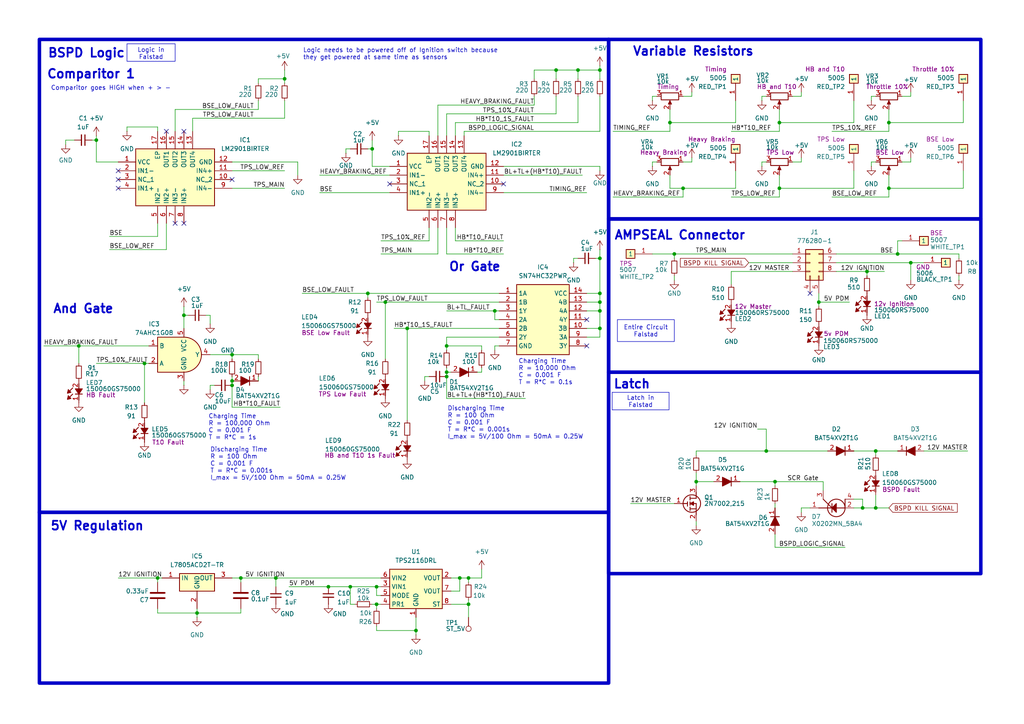
<source format=kicad_sch>
(kicad_sch (version 20250114) (generator "eeschema") (generator_version "9.0")
  (paper "A4")
  (title_block (title "SDM26 BSPD") (date "2025-07-04") (rev "1.1") (company "SUNDEVIL MOTORSPORTS"))
  (rectangle (start 11.43 11.43) (end 176.53 148.59) (stroke (width 1.016)))
  (rectangle (start 176.53 63.5) (end 284.48 107.95) (stroke (width 1.016)))
  (rectangle (start 176.53 11.43) (end 284.48 63.5) (stroke (width 1.016)))
  (rectangle (start 11.43 148.59) (end 176.53 198.12) (stroke (width 1.016)))
  (rectangle (start 176.53 107.95) (end 284.48 166.37) (stroke (width 1.016)))
  (text "5V Regulation" (at 14.478 154.178 0) (effects (font (size 2.54 2.54) (thickness 0.512) (bold yes)) (justify left bottom)))
  (text "Latch" (at 177.8 113.03 0) (effects (font (size 2.54 2.54) (thickness 0.512) (bold yes)) (justify left bottom)))
  (text "Discharging Time\nR = 100 Ohm\nC = 0.001 F\nT = R*C = 0.001s\nI_max = 5V/100 Ohm = 50mA = 0.25W" (at 129.794 117.856 0) (effects (font (size 1.27 1.27)) (justify left top)))
  (text "And Gate" (at 15.24 91.186 0) (effects (font (size 2.54 2.54) (thickness 0.512) (bold yes)) (justify left bottom)))
  (text "Comparitor goes HIGH when + > -\n" (at 14.732 24.892 0) (effects (font (size 1.27 1.27)) (justify left top)))
  (text "Variable Resistors" (at 183.388 16.51 0) (effects (font (size 2.54 2.54) (thickness 0.512) (bold yes)) (justify left bottom)))
  (text "Logic needs to be powered off of Ignition switch because \nthey get powered at same time as sensors" (at 87.884 13.97 0) (effects (font (size 1.27 1.27)) (justify left top)))
  (text "Charging Time\nR = 100,000 Ohm\nC = 0.001 F\nT = R*C = 1s" (at 60.452 120.142 0) (effects (font (size 1.27 1.27)) (justify left top)))
  (text "Discharging Time\nR = 100 Ohm\nC = 0.001 F\nT = R*C = 0.001s\nI_max = 5V/100 Ohm = 50mA = 0.25W" (at 60.96 129.794 0) (effects (font (size 1.27 1.27)) (justify left top)))
  (text "Charging Time\nR = 10,000 Ohm\nC = 0.001 F\nT = R*C = 0.1s" (at 150.368 104.14 0) (effects (font (size 1.27 1.27)) (justify left top)))
  (text "AMPSEAL Connector" (at 178.054 69.85 0) (effects (font (size 2.54 2.54) (thickness 0.512) (bold yes)) (justify left bottom)))
  (text "BSPD Logic" (at 13.716 17.018 0) (effects (font (size 2.54 2.54) (thickness 0.512) (bold yes)) (justify left bottom)))
  (text "Or Gate" (at 130.048 78.994 0) (effects (font (size 2.54 2.54) (thickness 0.512) (bold yes)) (justify left bottom)))
  (text "Comparitor 1" (at 13.462 23.114 0) (effects (font (size 2.54 2.54) (thickness 0.512) (bold yes)) (justify left bottom)))
  (text_box "Latch in Falstad" (at 177.546 113.792 0) (size 16.51 5.08) (margins 0.9525 0.9525 0.9525 0.9525) (effects (font (size 1.27 1.27))))
  (text_box "Entire Circuit\nFalstad" (at 179.07 92.71 0) (size 16.51 6.35) (margins 0.9525 0.9525 0.9525 0.9525) (effects (font (size 1.27 1.27))))
  (text_box "Logic in Falstad" (at 36.83 12.7 0) (size 13.97 5.08) (margins 0.9525 0.9525 0.9525 0.9525) (effects (font (size 1.27 1.27)) (justify top)))
  (junction (at 226.06 54.61))
  (junction (at 226.06 35.56))
  (junction (at 254 147.32))
  (junction (at 95.25 170.18))
  (junction (at 173.99 20.32))
  (junction (at 173.99 85.09))
  (junction (at 254 130.81))
  (junction (at 173.99 95.25))
  (junction (at 260.35 73.66))
  (junction (at 133.35 167.64))
  (junction (at 67.31 110.49))
  (junction (at 80.01 167.64))
  (junction (at 222.25 130.81))
  (junction (at 143.51 90.17))
  (junction (at 120.65 182.88))
  (junction (at 173.99 90.17))
  (junction (at 82.55 22.86))
  (junction (at 41.91 105.41))
  (junction (at 237.49 87.63))
  (junction (at 106.68 85.09))
  (junction (at 257.81 54.61))
  (junction (at 201.93 139.7))
  (junction (at 101.6 170.18))
  (junction (at 129.54 109.22))
  (junction (at 251.46 78.74))
  (junction (at 135.89 167.64))
  (junction (at 22.86 100.33))
  (junction (at 257.81 35.56))
  (junction (at 250.19 147.32))
  (junction (at 27.94 40.64))
  (junction (at 57.15 177.8))
  (junction (at 135.89 175.26))
  (junction (at 118.11 95.25))
  (junction (at 198.12 54.61))
  (junction (at 69.85 167.64))
  (junction (at 195.58 73.66))
  (junction (at 109.22 175.26))
  (junction (at 67.31 102.87))
  (junction (at 167.64 20.32))
  (junction (at 173.99 87.63))
  (junction (at 173.99 74.93))
  (junction (at 111.76 87.63))
  (junction (at 129.54 107.95))
  (junction (at 107.95 43.18))
  (junction (at 45.72 167.64))
  (junction (at 129.54 100.33))
  (junction (at 194.31 35.56))
  (junction (at 109.22 170.18))
  (junction (at 224.79 139.7))
  (junction (at 67.31 111.76))
  (junction (at 53.34 91.44))
  (junction (at 161.29 20.32))
  (junction (at 264.16 76.2))
  (no_connect (at 170.18 100.33))
  (no_connect (at 170.18 92.71))
  (no_connect (at 48.26 38.1))
  (no_connect (at 53.34 64.77))
  (no_connect (at 34.29 52.07))
  (no_connect (at 34.29 54.61))
  (no_connect (at 67.31 52.07))
  (no_connect (at 234.95 85.09))
  (no_connect (at 113.03 53.34))
  (no_connect (at 53.34 38.1))
  (no_connect (at 34.29 49.53))
  (no_connect (at 146.05 53.34))
  (no_connect (at 50.8 64.77))
  (wire (pts (xy 60.96 111.76) (xy 62.23 111.76)))
  (wire (pts (xy 161.29 22.86) (xy 161.29 20.32)))
  (wire (pts (xy 118.11 95.25) (xy 144.78 95.25)))
  (wire (pts (xy 250.19 147.32) (xy 250.19 144.78)))
  (wire (pts (xy 134.62 38.1) (xy 173.99 38.1)))
  (wire (pts (xy 127 39.37) (xy 127 30.48)))
  (wire (pts (xy 81.28 118.11) (xy 67.31 118.11)))
  (wire (pts (xy 110.49 69.85) (xy 124.46 69.85)))
  (wire (pts (xy 143.51 92.71) (xy 144.78 92.71)))
  (wire (pts (xy 82.55 34.29) (xy 82.55 29.21)))
  (wire (pts (xy 132.08 35.56) (xy 167.64 35.56)))
  (wire (pts (xy 254 143.51) (xy 254 147.32)))
  (wire (pts (xy 106.68 85.09) (xy 144.78 85.09)))
  (wire (pts (xy 252.73 46.99) (xy 252.73 48.26)))
  (wire (pts (xy 95.25 170.18) (xy 101.6 170.18)))
  (wire (pts (xy 67.31 46.99) (xy 86.36 46.99)))
  (wire (pts (xy 257.81 50.8) (xy 257.81 54.61)))
  (wire (pts (xy 226.06 35.56) (xy 247.65 35.56)))
  (wire (pts (xy 129.54 107.95) (xy 129.54 109.22)))
  (wire (pts (xy 247.65 29.21) (xy 247.65 35.56)))
  (wire (pts (xy 45.72 68.58) (xy 45.72 64.77)))
  (wire (pts (xy 50.8 38.1) (xy 50.8 31.75)))
  (wire (pts (xy 232.41 27.94) (xy 229.87 27.94)))
  (wire (pts (xy 132.08 69.85) (xy 146.05 69.85)))
  (wire (pts (xy 201.93 151.13) (xy 201.93 152.4)))
  (wire (pts (xy 257.81 35.56) (xy 257.81 38.1)))
  (wire (pts (xy 129.54 33.02) (xy 161.29 33.02)))
  (wire (pts (xy 194.31 50.8) (xy 194.31 54.61)))
  (wire (pts (xy 173.99 22.86) (xy 173.99 20.32)))
  (wire (pts (xy 278.13 80.01) (xy 278.13 81.28)))
  (wire (pts (xy 182.88 146.05) (xy 195.58 146.05)))
  (wire (pts (xy 173.99 95.25) (xy 173.99 97.79)))
  (wire (pts (xy 242.57 78.74) (xy 251.46 78.74)))
  (wire (pts (xy 167.64 27.94) (xy 167.64 35.56)))
  (wire (pts (xy 120.65 182.88) (xy 120.65 184.15)))
  (wire (pts (xy 161.29 20.32) (xy 167.64 20.32)))
  (wire (pts (xy 267.97 130.81) (xy 280.67 130.81)))
  (wire (pts (xy 201.93 130.81) (xy 222.25 130.81)))
  (wire (pts (xy 250.19 147.32) (xy 254 147.32)))
  (wire (pts (xy 224.79 139.7) (xy 238.76 139.7)))
  (wire (pts (xy 146.05 50.8) (xy 168.91 50.8)))
  (wire (pts (xy 242.57 76.2) (xy 264.16 76.2)))
  (wire (pts (xy 173.99 27.94) (xy 173.99 38.1)))
  (wire (pts (xy 109.22 170.18) (xy 110.49 170.18)))
  (wire (pts (xy 129.54 73.66) (xy 146.05 73.66)))
  (wire (pts (xy 166.37 74.93) (xy 167.64 74.93)))
  (wire (pts (xy 247.65 130.81) (xy 254 130.81)))
  (wire (pts (xy 101.6 175.26) (xy 102.87 175.26)))
  (wire (pts (xy 264.16 76.2) (xy 264.16 81.28)))
  (wire (pts (xy 41.91 105.41) (xy 43.18 105.41)))
  (wire (pts (xy 82.55 22.86) (xy 82.55 20.32)))
  (wire (pts (xy 115.57 39.37) (xy 115.57 38.1)))
  (wire (pts (xy 45.72 167.64) (xy 46.99 167.64)))
  (wire (pts (xy 146.05 55.88) (xy 170.18 55.88)))
  (wire (pts (xy 201.93 137.16) (xy 201.93 139.7)))
  (wire (pts (xy 220.98 48.26) (xy 220.98 46.99)))
  (wire (pts (xy 87.63 85.09) (xy 106.68 85.09)))
  (wire (pts (xy 45.72 167.64) (xy 34.29 167.64)))
  (wire (pts (xy 74.93 102.87) (xy 74.93 104.14)))
  (wire (pts (xy 101.6 170.18) (xy 109.22 170.18)))
  (wire (pts (xy 69.85 168.91) (xy 69.85 167.64)))
  (wire (pts (xy 166.37 74.93) (xy 166.37 76.2)))
  (wire (pts (xy 214.63 139.7) (xy 224.79 139.7)))
  (wire (pts (xy 170.18 87.63) (xy 173.99 87.63)))
  (wire (pts (xy 257.81 35.56) (xy 279.4 35.56)))
  (wire (pts (xy 109.22 170.18) (xy 109.22 172.72)))
  (wire (pts (xy 154.94 30.48) (xy 154.94 27.94)))
  (wire (pts (xy 232.41 26.67) (xy 232.41 27.94)))
  (wire (pts (xy 45.72 36.83) (xy 36.83 36.83)))
  (wire (pts (xy 195.58 74.93) (xy 195.58 73.66)))
  (wire (pts (xy 201.93 139.7) (xy 207.01 139.7)))
  (wire (pts (xy 167.64 20.32) (xy 173.99 20.32)))
  (wire (pts (xy 83.82 170.18) (xy 95.25 170.18)))
  (wire (pts (xy 232.41 45.72) (xy 232.41 46.99)))
  (wire (pts (xy 86.36 46.99) (xy 86.36 50.8)))
  (wire (pts (xy 173.99 85.09) (xy 173.99 87.63)))
  (wire (pts (xy 254 27.94) (xy 252.73 27.94)))
  (wire (pts (xy 74.93 22.86) (xy 74.93 24.13)))
  (wire (pts (xy 251.46 78.74) (xy 251.46 80.01)))
  (wire (pts (xy 74.93 31.75) (xy 74.93 29.21)))
  (wire (pts (xy 226.06 54.61) (xy 247.65 54.61)))
  (wire (pts (xy 107.95 40.64) (xy 107.95 43.18)))
  (wire (pts (xy 252.73 27.94) (xy 252.73 29.21)))
  (wire (pts (xy 190.5 27.94) (xy 189.23 27.94)))
  (wire (pts (xy 257.81 57.15) (xy 257.81 54.61)))
  (wire (pts (xy 74.93 110.49) (xy 74.93 109.22)))
  (wire (pts (xy 132.08 66.04) (xy 132.08 69.85)))
  (wire (pts (xy 212.09 78.74) (xy 212.09 82.55)))
  (wire (pts (xy 67.31 49.53) (xy 82.55 49.53)))
  (wire (pts (xy 217.17 76.2) (xy 229.87 76.2)))
  (wire (pts (xy 247.65 144.78) (xy 250.19 144.78)))
  (wire (pts (xy 247.65 147.32) (xy 250.19 147.32)))
  (wire (pts (xy 213.36 49.53) (xy 213.36 54.61)))
  (wire (pts (xy 110.49 73.66) (xy 127 73.66)))
  (wire (pts (xy 100.33 43.18) (xy 100.33 44.45)))
  (wire (pts (xy 57.15 176.53) (xy 57.15 177.8)))
  (wire (pts (xy 67.31 109.22) (xy 67.31 110.49)))
  (wire (pts (xy 232.41 147.32) (xy 232.41 148.59)))
  (wire (pts (xy 139.7 167.64) (xy 139.7 165.1)))
  (wire (pts (xy 109.22 87.63) (xy 111.76 87.63)))
  (wire (pts (xy 220.98 27.94) (xy 222.25 27.94)))
  (wire (pts (xy 177.8 38.1) (xy 194.31 38.1)))
  (wire (pts (xy 170.18 90.17) (xy 173.99 90.17)))
  (wire (pts (xy 245.11 158.75) (xy 224.79 158.75)))
  (wire (pts (xy 143.51 90.17) (xy 144.78 90.17)))
  (wire (pts (xy 60.96 91.44) (xy 59.69 91.44)))
  (wire (pts (xy 109.22 172.72) (xy 110.49 172.72)))
  (wire (pts (xy 144.78 100.33) (xy 143.51 100.33)))
  (wire (pts (xy 222.25 124.46) (xy 222.25 130.81)))
  (wire (pts (xy 118.11 95.25) (xy 118.11 121.92)))
  (wire (pts (xy 241.3 38.1) (xy 257.81 38.1)))
  (wire (pts (xy 27.94 40.64) (xy 27.94 46.99)))
  (wire (pts (xy 194.31 35.56) (xy 213.36 35.56)))
  (wire (pts (xy 189.23 27.94) (xy 189.23 29.21)))
  (wire (pts (xy 278.13 73.66) (xy 278.13 74.93)))
  (wire (pts (xy 172.72 74.93) (xy 173.99 74.93)))
  (wire (pts (xy 161.29 20.32) (xy 154.94 20.32)))
  (wire (pts (xy 129.54 97.79) (xy 144.78 97.79)))
  (wire (pts (xy 80.01 167.64) (xy 110.49 167.64)))
  (wire (pts (xy 224.79 139.7) (xy 224.79 140.97)))
  (wire (pts (xy 237.49 85.09) (xy 237.49 87.63)))
  (wire (pts (xy 260.35 73.66) (xy 278.13 73.66)))
  (wire (pts (xy 60.96 91.44) (xy 60.96 93.98)))
  (wire (pts (xy 247.65 49.53) (xy 247.65 54.61)))
  (wire (pts (xy 143.51 100.33) (xy 143.51 101.6)))
  (wire (pts (xy 54.61 91.44) (xy 53.34 91.44)))
  (wire (pts (xy 129.54 107.95) (xy 130.81 107.95)))
  (wire (pts (xy 194.31 54.61) (xy 198.12 54.61)))
  (wire (pts (xy 82.55 22.86) (xy 74.93 22.86)))
  (wire (pts (xy 260.35 73.66) (xy 242.57 73.66)))
  (wire (pts (xy 48.26 64.77) (xy 48.26 72.39)))
  (wire (pts (xy 135.89 168.91) (xy 135.89 167.64)))
  (wire (pts (xy 146.05 48.26) (xy 173.99 48.26)))
  (wire (pts (xy 226.06 57.15) (xy 226.06 54.61)))
  (wire (pts (xy 226.06 38.1) (xy 226.06 35.56)))
  (wire (pts (xy 57.15 177.8) (xy 69.85 177.8)))
  (wire (pts (xy 129.54 100.33) (xy 129.54 101.6)))
  (wire (pts (xy 200.66 46.99) (xy 198.12 46.99)))
  (wire (pts (xy 22.86 105.41) (xy 22.86 100.33)))
  (wire (pts (xy 92.71 50.8) (xy 113.03 50.8)))
  (wire (pts (xy 279.4 49.53) (xy 279.4 54.61)))
  (wire (pts (xy 106.68 86.36) (xy 106.68 85.09)))
  (wire (pts (xy 92.71 55.88) (xy 113.03 55.88)))
  (wire (pts (xy 69.85 167.64) (xy 80.01 167.64)))
  (wire (pts (xy 254 147.32) (xy 257.81 147.32)))
  (wire (pts (xy 115.57 38.1) (xy 124.46 38.1)))
  (wire (pts (xy 57.15 179.07) (xy 57.15 177.8)))
  (wire (pts (xy 82.55 22.86) (xy 82.55 24.13)))
  (wire (pts (xy 220.98 46.99) (xy 222.25 46.99)))
  (wire (pts (xy 139.7 101.6) (xy 139.7 100.33)))
  (wire (pts (xy 212.09 38.1) (xy 226.06 38.1)))
  (wire (pts (xy 55.88 34.29) (xy 55.88 38.1)))
  (wire (pts (xy 161.29 27.94) (xy 161.29 33.02)))
  (wire (pts (xy 106.68 43.18) (xy 107.95 43.18)))
  (wire (pts (xy 195.58 80.01) (xy 195.58 81.28)))
  (wire (pts (xy 27.94 40.64) (xy 27.94 39.37)))
  (wire (pts (xy 224.79 158.75) (xy 224.79 154.94)))
  (wire (pts (xy 232.41 147.32) (xy 234.95 147.32)))
  (wire (pts (xy 67.31 102.87) (xy 74.93 102.87)))
  (wire (pts (xy 111.76 87.63) (xy 111.76 104.14)))
  (wire (pts (xy 173.99 19.05) (xy 173.99 20.32)))
  (wire (pts (xy 260.35 69.85) (xy 260.35 73.66)))
  (wire (pts (xy 264.16 45.72) (xy 264.16 46.99)))
  (wire (pts (xy 212.09 78.74) (xy 229.87 78.74)))
  (wire (pts (xy 219.71 124.46) (xy 222.25 124.46)))
  (wire (pts (xy 123.19 109.22) (xy 124.46 109.22)))
  (wire (pts (xy 152.4 115.57) (xy 129.54 115.57)))
  (wire (pts (xy 50.8 31.75) (xy 74.93 31.75)))
  (wire (pts (xy 124.46 69.85) (xy 124.46 66.04)))
  (wire (pts (xy 130.81 167.64) (xy 133.35 167.64)))
  (wire (pts (xy 264.16 46.99) (xy 261.62 46.99)))
  (wire (pts (xy 53.34 110.49) (xy 53.34 111.76)))
  (wire (pts (xy 19.05 41.91) (xy 19.05 40.64)))
  (wire (pts (xy 132.08 39.37) (xy 132.08 35.56)))
  (wire (pts (xy 129.54 106.68) (xy 129.54 107.95)))
  (wire (pts (xy 22.86 100.33) (xy 43.18 100.33)))
  (wire (pts (xy 133.35 167.64) (xy 135.89 167.64)))
  (wire (pts (xy 123.19 109.22) (xy 123.19 110.49)))
  (wire (pts (xy 279.4 29.21) (xy 279.4 35.56)))
  (wire (pts (xy 109.22 182.88) (xy 109.22 181.61)))
  (wire (pts (xy 57.15 177.8) (xy 45.72 177.8)))
  (wire (pts (xy 67.31 118.11) (xy 67.31 111.76)))
  (wire (pts (xy 67.31 167.64) (xy 69.85 167.64)))
  (wire (pts (xy 127 30.48) (xy 154.94 30.48)))
  (wire (pts (xy 237.49 87.63) (xy 237.49 88.9)))
  (wire (pts (xy 133.35 171.45) (xy 133.35 167.64)))
  (wire (pts (xy 224.79 146.05) (xy 224.79 147.32)))
  (wire (pts (xy 195.58 73.66) (xy 229.87 73.66)))
  (wire (pts (xy 135.89 173.99) (xy 135.89 175.26)))
  (wire (pts (xy 27.94 46.99) (xy 34.29 46.99)))
  (wire (pts (xy 130.81 171.45) (xy 133.35 171.45)))
  (wire (pts (xy 194.31 31.75) (xy 194.31 35.56)))
  (wire (pts (xy 55.88 34.29) (xy 82.55 34.29)))
  (wire (pts (xy 264.16 26.67) (xy 264.16 27.94)))
  (wire (pts (xy 135.89 175.26) (xy 135.89 179.07)))
  (wire (pts (xy 19.05 40.64) (xy 21.59 40.64)))
  (wire (pts (xy 36.83 36.83) (xy 36.83 38.1)))
  (wire (pts (xy 198.12 57.15) (xy 198.12 54.61)))
  (wire (pts (xy 256.54 78.74) (xy 251.46 78.74)))
  (wire (pts (xy 129.54 90.17) (xy 143.51 90.17)))
  (wire (pts (xy 238.76 139.7) (xy 238.76 142.24)))
  (wire (pts (xy 212.09 57.15) (xy 226.06 57.15)))
  (wire (pts (xy 27.94 105.41) (xy 41.91 105.41)))
  (wire (pts (xy 226.06 50.8) (xy 226.06 54.61)))
  (wire (pts (xy 254 130.81) (xy 260.35 130.81)))
  (wire (pts (xy 124.46 38.1) (xy 124.46 39.37)))
  (wire (pts (xy 80.01 170.18) (xy 80.01 167.64)))
  (wire (pts (xy 60.96 111.76) (xy 60.96 113.03)))
  (wire (pts (xy 129.54 66.04) (xy 129.54 73.66)))
  (wire (pts (xy 129.54 97.79) (xy 129.54 100.33)))
  (wire (pts (xy 264.16 76.2) (xy 267.97 76.2)))
  (wire (pts (xy 222.25 130.81) (xy 240.03 130.81)))
  (wire (pts (xy 107.95 48.26) (xy 113.03 48.26)))
  (wire (pts (xy 260.35 69.85) (xy 261.62 69.85)))
  (wire (pts (xy 26.67 40.64) (xy 27.94 40.64)))
  (wire (pts (xy 173.99 74.93) (xy 173.99 85.09)))
  (wire (pts (xy 190.5 46.99) (xy 189.23 46.99)))
  (wire (pts (xy 173.99 48.26) (xy 173.99 49.53)))
  (wire (pts (xy 31.75 68.58) (xy 45.72 68.58)))
  (wire (pts (xy 31.75 72.39) (xy 48.26 72.39)))
  (wire (pts (xy 45.72 168.91) (xy 45.72 167.64)))
  (wire (pts (xy 60.96 102.87) (xy 67.31 102.87)))
  (wire (pts (xy 109.22 182.88) (xy 120.65 182.88)))
  (wire (pts (xy 170.18 97.79) (xy 173.99 97.79)))
  (wire (pts (xy 69.85 177.8) (xy 69.85 176.53)))
  (wire (pts (xy 129.54 115.57) (xy 129.54 109.22)))
  (wire (pts (xy 254 130.81) (xy 254 132.08)))
  (wire (pts (xy 67.31 54.61) (xy 82.55 54.61)))
  (wire (pts (xy 170.18 85.09) (xy 173.99 85.09)))
  (wire (pts (xy 109.22 175.26) (xy 110.49 175.26)))
  (wire (pts (xy 246.38 87.63) (xy 237.49 87.63)))
  (wire (pts (xy 167.64 20.32) (xy 167.64 22.86)))
  (wire (pts (xy 264.16 27.94) (xy 261.62 27.94)))
  (wire (pts (xy 107.95 175.26) (xy 109.22 175.26)))
  (wire (pts (xy 109.22 176.53) (xy 109.22 175.26)))
  (wire (pts (xy 127 66.04) (xy 127 73.66)))
  (wire (pts (xy 200.66 27.94) (xy 198.12 27.94)))
  (wire (pts (xy 114.3 95.25) (xy 118.11 95.25)))
  (wire (pts (xy 53.34 88.9) (xy 53.34 91.44)))
  (wire (pts (xy 200.66 45.72) (xy 200.66 46.99)))
  (wire (pts (xy 200.66 26.67) (xy 200.66 27.94)))
  (wire (pts (xy 154.94 20.32) (xy 154.94 22.86)))
  (wire (pts (xy 173.99 90.17) (xy 173.99 95.25)))
  (wire (pts (xy 12.7 100.33) (xy 22.86 100.33)))
  (wire (pts (xy 139.7 107.95) (xy 139.7 106.68)))
  (wire (pts (xy 189.23 46.99) (xy 189.23 48.26)))
  (wire (pts (xy 213.36 29.21) (xy 213.36 35.56)))
  (wire (pts (xy 177.8 57.15) (xy 198.12 57.15)))
  (wire (pts (xy 120.65 179.07) (xy 120.65 182.88)))
  (wire (pts (xy 67.31 102.87) (xy 67.31 104.14)))
  (wire (pts (xy 139.7 107.95) (xy 138.43 107.95)))
  (wire (pts (xy 189.23 73.66) (xy 195.58 73.66)))
  (wire (pts (xy 129.54 100.33) (xy 139.7 100.33)))
  (wire (pts (xy 67.31 110.49) (xy 67.31 111.76)))
  (wire (pts (xy 232.41 46.99) (xy 229.87 46.99)))
  (wire (pts (xy 257.81 54.61) (xy 279.4 54.61)))
  (wire (pts (xy 101.6 170.18) (xy 101.6 175.26)))
  (wire (pts (xy 254 46.99) (xy 252.73 46.99)))
  (wire (pts (xy 41.91 105.41) (xy 41.91 116.84)))
  (wire (pts (xy 173.99 72.39) (xy 173.99 74.93)))
  (wire (pts (xy 257.81 31.75) (xy 257.81 35.56)))
  (wire (pts (xy 45.72 38.1) (xy 45.72 36.83)))
  (wire (pts (xy 173.99 87.63) (xy 173.99 90.17)))
  (wire (pts (xy 111.76 87.63) (xy 144.78 87.63)))
  (wire (pts (xy 226.06 31.75) (xy 226.06 35.56)))
  (wire (pts (xy 220.98 29.21) (xy 220.98 27.94)))
  (wire (pts (xy 101.6 43.18) (xy 100.33 43.18)))
  (wire (pts (xy 129.54 33.02) (xy 129.54 39.37)))
  (wire (pts (xy 107.95 43.18) (xy 107.95 48.26)))
  (wire (pts (xy 201.93 139.7) (xy 201.93 140.97)))
  (wire (pts (xy 53.34 91.44) (xy 53.34 95.25)))
  (wire (pts (xy 194.31 38.1) (xy 194.31 35.56)))
  (wire (pts (xy 134.62 38.1) (xy 134.62 39.37)))
  (wire (pts (xy 241.3 57.15) (xy 257.81 57.15)))
  (wire (pts (xy 130.81 175.26) (xy 135.89 175.26)))
  (wire (pts (xy 201.93 132.08) (xy 201.93 130.81)))
  (wire (pts (xy 143.51 90.17) (xy 143.51 92.71)))
  (wire (pts (xy 198.12 54.61) (xy 213.36 54.61)))
  (wire (pts (xy 170.18 95.25) (xy 173.99 95.25)))
  (wire (pts (xy 45.72 176.53) (xy 45.72 177.8)))
  (wire (pts (xy 135.89 167.64) (xy 139.7 167.64)))
  (label "5V IGNITION" (at 71.12 167.64 0))
  (label "TPS_LOW_FAULT" (at 109.22 87.63 0))
  (label "BSE" (at 255.27 73.66 0))
  (label "TPS_MAIN" (at 82.55 54.61 180))
  (label "BSE_LOW_FAULT" (at 87.63 85.09 0))
  (label "HB*T10_REF" (at 146.05 73.66 180))
  (label "12V MASTER" (at 280.67 130.81 180))
  (label "HEAVY_BRAKING_FAULT" (at 154.94 30.48 180))
  (label "BSE_LOW_REF" (at 241.3 57.15 0))
  (label "HB*T10_REF" (at 212.09 38.1 0))
  (label "TPS_LOW_REF" (at 212.09 57.15 0))
  (label "HEAVY_BRAKING_REF" (at 92.71 50.8 0))
  (label "BSE_LOW_FAULT" (at 73.66 31.75 180))
  (label "12V IGNITION" (at 34.29 167.64 0))
  (label "12V IGNITION" (at 219.71 124.46 180))
  (label "TPS_10%_REF" (at 241.3 38.1 0))
  (label "12V MASTER" (at 217.17 78.74 0))
  (label "TIMING_REF" (at 170.18 55.88 180))
  (label "5V PDM" (at 83.82 170.18 0))
  (label "TPS_LOW_FAULT" (at 73.66 34.29 180))
  (label "HB*T10_1S_FAULT" (at 154.94 35.56 180))
  (label "TPS_10%_FAULT" (at 154.94 33.02 180))
  (label "TPS_MAIN" (at 110.49 73.66 0))
  (label "SCR Gate" (at 237.49 139.7 180))
  (label "BSE_LOW_REF" (at 31.75 72.39 0))
  (label "BL+TL+(HB*T10)_FAULT" (at 168.91 50.8 180))
  (label "HB*T10_1S_FAULT" (at 114.3 95.25 0))
  (label "HB*T10_FAULT" (at 81.28 118.11 180))
  (label "12V IGNITION" (at 256.54 78.74 180))
  (label "TPS_LOW_REF" (at 82.55 49.53 180))
  (label "5V PDM" (at 246.38 87.63 180))
  (label "HEAVY_BRAKING_REF" (at 177.8 57.15 0))
  (label "HB*T10_FAULT" (at 146.05 69.85 180))
  (label "BSPD_LOGIC_SIGNAL" (at 154.94 38.1 180))
  (label "BL+TL_FAULT" (at 129.54 90.17 0))
  (label "BSPD_LOGIC_SIGNAL" (at 245.11 158.75 180))
  (label "HEAVY_BRAKING_FAULT" (at 12.7 100.33 0))
  (label "BSE" (at 92.71 55.88 0))
  (label "BL+TL+(HB*T10)_FAULT" (at 152.4 115.57 180))
  (label "12V MASTER" (at 182.88 146.05 0))
  (label "TIMING_REF" (at 177.8 38.1 0))
  (label "TPS_10%_REF" (at 110.49 69.85 0))
  (label "TPS_10%_FAULT" (at 27.94 105.41 0))
  (label "TPS_MAIN" (at 210.82 73.66 180))
  (label "BSE" (at 31.75 68.58 0))
  (global_label "BSPD KILL SIGNAL" (shape input) (at 217.17 76.2 180) (property "Intersheetrefs" "${INTERSHEET_REFS}" (effects (hide yes))))
  (global_label "BSPD KILL SIGNAL" (shape input) (at 257.81 147.32 0) (property "Intersheetrefs" "${INTERSHEET_REFS}" (effects (hide yes))))
  (symbol (lib_id "SDM_TESTPOINT:5007") (at 261.62 69.85 0) (unit 1)
    (property "Reference" "WHITE_TP1" (at 279.908 71.628 0) (effects (justify right)))
    (property "Value" "5007" (at 274.828 69.596 0) (effects (justify right)))
    (property "Footprint" "SDM_MiscFootprint:5007" (effects (hide yes)))
    (property "Datasheet" "https://www.keyelco.com/product-pdf.cfm?p=1316" (effects (hide yes)))
    (property "Description" "Test Point, PC, Snap in Mounting,  Compact, White Base" (effects (hide yes)))
    (property "Measure" "BSE" (at 273.558 67.564 0) (effects (justify right)))
    (property "Height" "5.59" (effects (hide yes)))
    (property "Mouser Part Number" "534-5007" (effects (hide yes)))
    (property "Mouser Price/Stock" "https://www.mouser.co.uk/ProductDetail/Keystone-Electronics/5007?qs=q0tsjPZWdm%2FR8ZVOxrSXrQ%3D%3D" (effects (hide yes)))
    (property "Manufacturer_Name" "Keystone Electronics" (effects (hide yes)))
    (property "Manufacturer_Part_Number" "5007" (effects (hide yes)))
  )
  (symbol (lib_id "Device:R_Small") (at 111.76 106.68 0) (mirror x) (unit 1)
    (property "Reference" "R16" (at 107.95 105.41 0))
    (property "Value" "91" (at 107.95 107.95 0))
    (property "Footprint" "Resistor_SMD:R_0603_1608Metric" (effects (hide yes)))
    (property "Description" "Resistor, small symbol" (effects (hide yes)))
  )
  (symbol (lib_id "SDM_LOGIC:SN74HC32PWR") (at 144.78 85.09 0) (unit 1)
    (property "Reference" "IC4" (at 157.48 77.47 0))
    (property "Value" "SN74HC32PWR" (at 157.48 80.01 0))
    (property "Footprint" "SDM_MiscFootprint:SOP65P640X120-14L" (effects (hide yes)))
    (property "Datasheet" "http://www.ti.com/lit/gpn/sn74hc32" (effects (hide yes)))
    (property "Description" "Quadruple 2-Input Positive-OR Gates" (effects (hide yes)))
    (property "Height" "1.2" (effects (hide yes)))
    (property "Mouser Part Number" "595-SN74HC32PWR" (effects (hide yes)))
    (property "Mouser Price/Stock" "https://www.mouser.co.uk/ProductDetail/Texas-Instruments/SN74HC32PWR?qs=ZA235jQDfbp291NIbGpFPA%3D%3D" (effects (hide yes)))
    (property "Manufacturer_Name" "Texas Instruments" (effects (hide yes)))
    (property "Manufacturer_Part_Number" "SN74HC32PWR" (effects (hide yes)))
  )
  (symbol (lib_id "SDM_TESTPOINT:5005") (at 213.36 49.53 90) (unit 1)
    (property "Reference" "RED_TP4" (at 210.82 45.466 90) (effects (justify left)))
    (property "Value" "5005" (at 210.82 42.926 90) (effects (justify left)))
    (property "Footprint" "SDM_MiscFootprint:5005" (effects (hide yes)))
    (property "Datasheet" "http://www.keyelco.com/product-pdf.cfm?p=1314" (effects (hide yes)))
    (property "Description" "Test Point, PC, Snap in Mounting,  Compact, Red Base" (effects (hide yes)))
    (property "Measure" "Heavy Braking" (at 213.36 40.386 90) (effects (justify left)))
    (property "Mouser Part Number" "534-5005" (effects (hide yes)))
    (property "Mouser Price/Stock" "https://www.mouser.co.uk/ProductDetail/Keystone-Electronics/5005?qs=q0tsjPZWdm%252BiIco20yB3BQ%3D%3D" (effects (hide yes)))
    (property "Manufacturer_Name" "Keystone Electronics" (effects (hide yes)))
    (property "Manufacturer_Part_Number" "5005" (effects (hide yes)))
  )
  (symbol (lib_id "power:GND") (at 53.34 111.76 0) (unit 1)
    (property "Reference" "#PWR029" (effects (hide yes)))
    (property "Value" "GND" (at 66.04 101.6 0))
    (property "Description" "Power symbol creates a global label with name \"GND\" , ground" (effects (hide yes)))
  )
  (symbol (lib_id "power:GND") (at 36.83 38.1 0) (unit 1)
    (property "Reference" "#PWR09" (effects (hide yes)))
    (property "Value" "GND" (at 36.83 43.18 0))
    (property "Description" "Power symbol creates a global label with name \"GND\" , ground" (effects (hide yes)))
  )
  (symbol (lib_id "power:+5V") (at 27.94 39.37 0) (unit 1)
    (property "Reference" "#PWR010" (effects (hide yes)))
    (property "Value" "+5V" (at 27.94 34.29 0))
    (property "Description" "Power symbol creates a global label with name \"+5V\"" (effects (hide yes)))
  )
  (symbol (lib_id "power:+5V") (at 173.99 72.39 0) (unit 1)
    (property "Reference" "#PWR025" (effects (hide yes)))
    (property "Value" "+5V" (at 173.99 67.31 0))
    (property "Description" "Power symbol creates a global label with name \"+5V\"" (effects (hide yes)))
  )
  (symbol (lib_id "power:+5V") (at 264.16 26.67 0) (unit 1)
    (property "Reference" "#PWR05" (effects (hide yes)))
    (property "Value" "+5V" (at 264.16 23.114 0))
    (property "Description" "Power symbol creates a global label with name \"+5V\"" (effects (hide yes)))
  )
  (symbol (lib_id "power:+5V") (at 232.41 26.67 0) (unit 1)
    (property "Reference" "#PWR04" (effects (hide yes)))
    (property "Value" "+5V" (at 232.41 22.86 0))
    (property "Description" "Power symbol creates a global label with name \"+5V\"" (effects (hide yes)))
  )
  (symbol (lib_id "power:+5V") (at 200.66 26.67 0) (unit 1)
    (property "Reference" "#PWR03" (effects (hide yes)))
    (property "Value" "+5V" (at 200.66 22.86 0))
    (property "Description" "Power symbol creates a global label with name \"+5V\"" (effects (hide yes)))
  )
  (symbol (lib_id "power:GND") (at 264.16 81.28 0) (unit 1)
    (property "Reference" "#PWR022" (effects (hide yes)))
    (property "Value" "GND" (at 264.16 86.36 0))
    (property "Description" "Power symbol creates a global label with name \"GND\" , ground" (effects (hide yes)))
  )
  (symbol (lib_id "power:GND") (at 251.46 91.44 0) (unit 1)
    (property "Reference" "#PWR026" (effects (hide yes)))
    (property "Value" "GND" (at 251.46 95.25 0))
    (property "Description" "Power symbol creates a global label with name \"GND\" , ground" (effects (hide yes)))
  )
  (symbol (lib_id "SDM_TESTPOINT:5005") (at 247.65 29.21 90) (unit 1)
    (property "Reference" "RED_TP2" (at 245.11 25.146 90) (effects (justify left)))
    (property "Value" "5005" (at 245.11 22.606 90) (effects (justify left)))
    (property "Footprint" "SDM_MiscFootprint:5005" (effects (hide yes)))
    (property "Datasheet" "http://www.keyelco.com/product-pdf.cfm?p=1314" (effects (hide yes)))
    (property "Description" "Test Point, PC, Snap in Mounting,  Compact, Red Base" (effects (hide yes)))
    (property "Measure" "HB and T10" (at 245.11 20.066 90) (effects (justify left)))
    (property "Mouser Part Number" "534-5005" (effects (hide yes)))
    (property "Mouser Price/Stock" "https://www.mouser.co.uk/ProductDetail/Keystone-Electronics/5005?qs=q0tsjPZWdm%252BiIco20yB3BQ%3D%3D" (effects (hide yes)))
    (property "Manufacturer_Name" "Keystone Electronics" (effects (hide yes)))
    (property "Manufacturer_Part_Number" "5005" (effects (hide yes)))
  )
  (symbol (lib_id "Device:C_Small") (at 104.14 43.18 270) (unit 1)
    (property "Reference" "C2" (at 102.362 38.862 90) (effects (justify left)))
    (property "Value" "1uF" (at 102.362 40.64 90) (effects (justify left)))
    (property "Footprint" "Capacitor_SMD:C_0603_1608Metric" (effects (hide yes)))
  )
  (symbol (lib_id "SDM_DIODES:BAT54XV2T1G") (at 138.43 107.95 180) (unit 1)
    (property "Reference" "D1" (at 130.302 110.744 0) (effects (justify right)))
    (property "Value" "BAT54XV2T1G" (at 130.302 112.522 0) (effects (justify right)))
    (property "Footprint" "SDM_MiscFootprint:SODFL1608X70N" (effects (hide yes)))
    (property "Datasheet" "https://www.onsemi.com/pub/Collateral/BAT54XV2T1-D.PDF" (effects (hide yes)))
    (property "Description" "These Devices are Pb-Free, Halogen Free/BFR Free and are RoHS Compliant; S Prefix for Automotive and Other Applications Requiring Unique Site and Control Change Requirements; AECQ101 Qualified and PPAP Capable ; Lower forward voltage (VF)" (effects (hide yes)))
    (property "Height" "0.7" (effects (hide yes)))
    (property "Mouser Part Number" "863-BAT54XV2T1G" (effects (hide yes)))
    (property "Mouser Price/Stock" "https://www.mouser.co.uk/ProductDetail/onsemi/BAT54XV2T1G?qs=vLkC5FC1VN8vpceP7xcdrw%3D%3D" (effects (hide yes)))
    (property "Manufacturer_Name" "onsemi" (effects (hide yes)))
    (property "Manufacturer_Part_Number" "BAT54XV2T1G" (effects (hide yes)))
  )
  (symbol (lib_id "power:GND") (at 189.23 29.21 0) (unit 1)
    (property "Reference" "#PWR06" (effects (hide yes)))
    (property "Value" "GND" (at 189.23 34.29 0))
    (property "Description" "Power symbol creates a global label with name \"GND\" , ground" (effects (hide yes)))
  )
  (symbol (lib_id "power:GND") (at 111.76 115.57 0) (unit 1)
    (property "Reference" "#PWR035" (effects (hide yes)))
    (property "Value" "GND" (at 111.76 120.65 0))
    (property "Description" "Power symbol creates a global label with name \"GND\" , ground" (effects (hide yes)))
  )
  (symbol (lib_id "SDM_LED:150060GS75000") (at 254 140.97 90) (unit 1)
    (property "Reference" "LED8" (at 255.778 137.414 90) (effects (justify right)))
    (property "Value" "150060GS75000" (at 255.778 139.954 90) (effects (justify right)))
    (property "Footprint" "SDM_MiscFootprint:LEDC1608X80N" (effects (hide yes)))
    (property "Datasheet" "https://componentsearchengine.com/Datasheets/2/150060GS75000.pdf" (effects (hide yes)))
    (property "Description" "Wurth Elektronik WL-SMCW 520 nm Green LED, 1608 (0603) Clear SMD package" (effects (hide yes)))
    (property "Color" "Green" (effects (hide yes)))
    (property "Height" "0.8" (effects (hide yes)))
    (property "Mouser Part Number" "710-150060GS75000" (effects (hide yes)))
    (property "Mouser Price/Stock" "https://www.mouser.co.uk/ProductDetail/Wurth-Elektronik/150060GS75000?qs=LlUlMxKIyB0UYkq5lDO8nA%3D%3D" (effects (hide yes)))
    (property "Manufacturer_Name" "Wurth Elektronik" (effects (hide yes)))
    (property "Manufacturer_Part_Number" "150060GS75000" (effects (hide yes)))
    (property "Measure" "BSPD Fault" (at 261.366 141.986 90))
  )
  (symbol (lib_id "SDM_LED:150060GS75000") (at 106.68 95.25 90) (unit 1)
    (property "Reference" "LED4" (at 87.376 91.948 90) (effects (justify right)))
    (property "Value" "150060GS75000" (at 87.376 94.488 90) (effects (justify right)))
    (property "Footprint" "SDM_MiscFootprint:LEDC1608X80N" (effects (hide yes)))
    (property "Datasheet" "https://componentsearchengine.com/Datasheets/2/150060GS75000.pdf" (effects (hide yes)))
    (property "Description" "Wurth Elektronik WL-SMCW 520 nm Green LED, 1608 (0603) Clear SMD package" (effects (hide yes)))
    (property "Color" "Green" (effects (hide yes)))
    (property "Height" "0.8" (effects (hide yes)))
    (property "Mouser Part Number" "710-150060GS75000" (effects (hide yes)))
    (property "Mouser Price/Stock" "https://www.mouser.co.uk/ProductDetail/Wurth-Elektronik/150060GS75000?qs=LlUlMxKIyB0UYkq5lDO8nA%3D%3D" (effects (hide yes)))
    (property "Manufacturer_Name" "Wurth Elektronik" (effects (hide yes)))
    (property "Manufacturer_Part_Number" "150060GS75000" (effects (hide yes)))
    (property "Measure" "BSE Low Fault" (at 94.488 96.52 90))
  )
  (symbol (lib_id "power:GND") (at 220.98 29.21 0) (unit 1)
    (property "Reference" "#PWR07" (effects (hide yes)))
    (property "Value" "GND" (at 220.98 34.29 0))
    (property "Description" "Power symbol creates a global label with name \"GND\" , ground" (effects (hide yes)))
  )
  (symbol (lib_id "Device:R_Small") (at 154.94 25.4 0) (unit 1)
    (property "Reference" "R3" (at 151.892 24.384 0))
    (property "Value" "220" (at 151.384 26.162 0))
    (property "Footprint" "Resistor_SMD:R_0603_1608Metric" (effects (hide yes)))
    (property "Description" "Resistor, small symbol" (effects (hide yes)))
  )
  (symbol (lib_id "SDM_TESTPOINT:5007") (at 189.23 73.66 180) (unit 1)
    (property "Reference" "WHITE_TP2" (at 189.738 80.264 0) (effects (justify left)))
    (property "Value" "5007" (at 184.658 78.232 0) (effects (justify left)))
    (property "Footprint" "SDM_MiscFootprint:5007" (effects (hide yes)))
    (property "Datasheet" "https://www.keyelco.com/product-pdf.cfm?p=1316" (effects (hide yes)))
    (property "Description" "Test Point, PC, Snap in Mounting,  Compact, White Base" (effects (hide yes)))
    (property "Measure" "TPS" (at 183.388 76.454 0) (effects (justify left)))
    (property "Height" "5.59" (effects (hide yes)))
    (property "Mouser Part Number" "534-5007" (effects (hide yes)))
    (property "Mouser Price/Stock" "https://www.mouser.co.uk/ProductDetail/Keystone-Electronics/5007?qs=q0tsjPZWdm%2FR8ZVOxrSXrQ%3D%3D" (effects (hide yes)))
    (property "Manufacturer_Name" "Keystone Electronics" (effects (hide yes)))
    (property "Manufacturer_Part_Number" "5007" (effects (hide yes)))
  )
  (symbol (lib_id "Device:R_Small") (at 167.64 25.4 0) (unit 1)
    (property "Reference" "R5" (at 164.592 24.384 0))
    (property "Value" "220" (at 164.084 26.162 0))
    (property "Footprint" "Resistor_SMD:R_0603_1608Metric" (effects (hide yes)))
    (property "Description" "Resistor, small symbol" (effects (hide yes)))
  )
  (symbol (lib_id "SDM_VARIABLE_RESISTOR:3386P-1-103TLF") (at 254 46.99 0) (unit 1)
    (property "Reference" "VR6" (at 255.778 41.148 0))
    (property "Value" "10k" (at 255.778 42.672 0))
    (property "Footprint" "SDM_MiscFootprint:3386P1103TLF" (effects (hide yes)))
    (property "Datasheet" "https://www.mouser.com/datasheet/2/54/3386-776606.pdf" (effects (hide yes)))
    (property "Description" "Trimmer Resistors - Through Hole" (effects (hide yes)))
    (property "Height" "4.83" (effects (hide yes)))
    (property "Mouser Part Number" "652-3386P-1-103TLF" (effects (hide yes)))
    (property "Mouser Price/Stock" "https://www.mouser.co.uk/ProductDetail/Bourns/3386P-1-103TLF?qs=m2uG%2FFdTAPW0l2ELvsEvlA%3D%3D" (effects (hide yes)))
    (property "Manufacturer_Name" "Bourns" (effects (hide yes)))
    (property "Manufacturer_Part_Number" "3386P-1-103TLF" (effects (hide yes)))
    (property "Measure" "BSE Low" (at 258.064 44.196 0))
  )
  (symbol (lib_id "SDM_VARIABLE_RESISTOR:3386P-1-103TLF") (at 254 27.94 0) (unit 1)
    (property "Reference" "VR3" (at 252.984 22.098 0))
    (property "Value" "10k" (at 252.984 23.622 0))
    (property "Footprint" "SDM_MiscFootprint:3386P1103TLF" (effects (hide yes)))
    (property "Datasheet" "https://www.mouser.com/datasheet/2/54/3386-776606.pdf" (effects (hide yes)))
    (property "Description" "Trimmer Resistors - Through Hole" (effects (hide yes)))
    (property "Height" "4.83" (effects (hide yes)))
    (property "Mouser Part Number" "652-3386P-1-103TLF" (effects (hide yes)))
    (property "Mouser Price/Stock" "https://www.mouser.co.uk/ProductDetail/Bourns/3386P-1-103TLF?qs=m2uG%2FFdTAPW0l2ELvsEvlA%3D%3D" (effects (hide yes)))
    (property "Manufacturer_Name" "Bourns" (effects (hide yes)))
    (property "Manufacturer_Part_Number" "3386P-1-103TLF" (effects (hide yes)))
    (property "Measure" "Throttle 10%" (at 257.302 25.146 0))
  )
  (symbol (lib_id "Device:R_Small") (at 251.46 82.55 0) (mirror x) (unit 1)
    (property "Reference" "R9" (at 247.65 81.28 0))
    (property "Value" "510" (at 247.65 83.312 0))
    (property "Footprint" "Resistor_SMD:R_0603_1608Metric" (effects (hide yes)))
    (property "Description" "Resistor, small symbol" (effects (hide yes)))
  )
  (symbol (lib_id "power:GND") (at 252.73 48.26 0) (unit 1)
    (property "Reference" "#PWR018" (effects (hide yes)))
    (property "Value" "GND" (at 252.73 53.34 0))
    (property "Description" "Power symbol creates a global label with name \"GND\" , ground" (effects (hide yes)))
  )
  (symbol (lib_id "SDM_SCR:X0202MN_5BA4") (at 248.92 147.32 180) (unit 1)
    (property "Reference" "D7" (at 236.728 149.86 0))
    (property "Value" "X0202MN_5BA4" (at 242.824 151.892 0))
    (property "Footprint" "SDM_MiscFootprint:SOT230P700X190-4N" (effects (hide yes)))
    (property "Datasheet" "http://www.st.com/st-web-ui/static/active/en/resource/technical/document/datasheet/CD00002274.pdf" (effects (hide yes)))
    (property "Description" "STMICROELECTRONICS - X0202MN 5BA4 - SCR THYRISTOR, 800mA, 600V, SOT-223" (effects (hide yes)))
    (property "Height" "1.9" (effects (hide yes)))
    (property "Mouser Part Number" "511-X0202MN" (effects (hide yes)))
    (property "Mouser Price/Stock" "https://www.mouser.co.uk/ProductDetail/STMicroelectronics/X0202MN-5BA4?qs=gSSIpVhvwUnb%2FPyS6HoGFw%3D%3D" (effects (hide yes)))
    (property "Manufacturer_Name" "STMicroelectronics" (effects (hide yes)))
    (property "Manufacturer_Part_Number" "X0202MN 5BA4" (effects (hide yes)))
  )
  (symbol (lib_id "power:GND") (at 118.11 133.35 0) (unit 1)
    (property "Reference" "#PWR038" (effects (hide yes)))
    (property "Value" "GND" (at 118.11 138.43 0))
    (property "Description" "Power symbol creates a global label with name \"GND\" , ground" (effects (hide yes)))
  )
  (symbol (lib_id "SDM_LED:150060GS75000") (at 118.11 130.81 90) (unit 1)
    (property "Reference" "LED9" (at 94.234 127.762 90) (effects (justify right)))
    (property "Value" "150060GS75000" (at 94.234 130.302 90) (effects (justify right)))
    (property "Footprint" "SDM_MiscFootprint:LEDC1608X80N" (effects (hide yes)))
    (property "Datasheet" "https://componentsearchengine.com/Datasheets/2/150060GS75000.pdf" (effects (hide yes)))
    (property "Description" "Wurth Elektronik WL-SMCW 520 nm Green LED, 1608 (0603) Clear SMD package" (effects (hide yes)))
    (property "Color" "Green" (effects (hide yes)))
    (property "Height" "0.8" (effects (hide yes)))
    (property "Mouser Part Number" "710-150060GS75000" (effects (hide yes)))
    (property "Mouser Price/Stock" "https://www.mouser.co.uk/ProductDetail/Wurth-Elektronik/150060GS75000?qs=LlUlMxKIyB0UYkq5lDO8nA%3D%3D" (effects (hide yes)))
    (property "Manufacturer_Name" "Wurth Elektronik" (effects (hide yes)))
    (property "Manufacturer_Part_Number" "150060GS75000" (effects (hide yes)))
    (property "Measure" "HB and T10 1s Fault" (at 104.394 132.08 90))
  )
  (symbol (lib_id "SDM_DIODES:BAT54XV2T1G") (at 214.63 139.7 180) (unit 1)
    (property "Reference" "D5" (at 209.55 133.35 0))
    (property "Value" "BAT54XV2T1G" (at 209.55 135.89 0))
    (property "Footprint" "SDM_MiscFootprint:SODFL1608X70N" (effects (hide yes)))
    (property "Datasheet" "https://www.onsemi.com/pub/Collateral/BAT54XV2T1-D.PDF" (effects (hide yes)))
    (property "Description" "These Devices are Pb-Free, Halogen Free/BFR Free and are RoHS Compliant; S Prefix for Automotive and Other Applications Requiring Unique Site and Control Change Requirements; AECQ101 Qualified and PPAP Capable ; Lower forward voltage (VF)" (effects (hide yes)))
    (property "Height" "0.7" (effects (hide yes)))
    (property "Mouser Part Number" "863-BAT54XV2T1G" (effects (hide yes)))
    (property "Mouser Price/Stock" "https://www.mouser.co.uk/ProductDetail/onsemi/BAT54XV2T1G?qs=vLkC5FC1VN8vpceP7xcdrw%3D%3D" (effects (hide yes)))
    (property "Manufacturer_Name" "onsemi" (effects (hide yes)))
    (property "Manufacturer_Part_Number" "BAT54XV2T1G" (effects (hide yes)))
  )
  (symbol (lib_id "power:+5V") (at 232.41 45.72 0) (unit 1)
    (property "Reference" "#PWR014" (effects (hide yes)))
    (property "Value" "+5V" (at 232.41 42.164 0))
    (property "Description" "Power symbol creates a global label with name \"+5V\"" (effects (hide yes)))
  )
  (symbol (lib_id "Device:R_Small") (at 161.29 25.4 0) (unit 1)
    (property "Reference" "R4" (at 158.242 24.384 0))
    (property "Value" "220" (at 157.734 26.162 0))
    (property "Footprint" "Resistor_SMD:R_0603_1608Metric" (effects (hide yes)))
    (property "Description" "Resistor, small symbol" (effects (hide yes)))
  )
  (symbol (lib_id "Power_Management:TPS2116DRL") (at 120.65 172.72 0) (unit 1)
    (property "Reference" "U1" (at 120.65 160.02 0))
    (property "Value" "TPS2116DRL" (at 120.65 162.56 0))
    (property "Footprint" "Package_TO_SOT_SMD:SOT-583-8" (effects (hide yes)))
    (property "Datasheet" "https://www.ti.com/lit/ds/symlink/tps2116.pdf" (effects (hide yes)))
    (property "Description" "2 Channnels Power Mux with Manual and Priority Switchover, 1.6-5.5V Input Voltage, 2.5A Output Current, Ron 40 mOhm, SOT-583-8" (effects (hide yes)))
  )
  (symbol (lib_id "Device:R_Small") (at 41.91 119.38 0) (mirror x) (unit 1)
    (property "Reference" "R13" (at 38.1 118.11 0))
    (property "Value" "91" (at 38.1 120.65 0))
    (property "Footprint" "Resistor_SMD:R_0603_1608Metric" (effects (hide yes)))
    (property "Description" "Resistor, small symbol" (effects (hide yes)))
  )
  (symbol (lib_id "power:GND") (at 100.33 44.45 0) (unit 1)
    (property "Reference" "#PWR047" (effects (hide yes)))
    (property "Value" "GND" (at 100.33 48.006 0))
    (property "Description" "Power symbol creates a global label with name \"GND\" , ground" (effects (hide yes)))
  )
  (symbol (lib_id "Device:R_Small") (at 129.54 104.14 0) (unit 1)
    (property "Reference" "R14" (at 126.492 103.124 0))
    (property "Value" "10k" (at 125.73 104.902 0))
    (property "Footprint" "Resistor_SMD:R_0603_1608Metric" (effects (hide yes)))
    (property "Description" "Resistor, small symbol" (effects (hide yes)))
  )
  (symbol (lib_id "SDM_TESTPOINT:5005") (at 279.4 49.53 90) (unit 1)
    (property "Reference" "RED_TP6" (at 276.86 45.466 90) (effects (justify left)))
    (property "Value" "5005" (at 276.86 42.926 90) (effects (justify left)))
    (property "Footprint" "SDM_MiscFootprint:5005" (effects (hide yes)))
    (property "Datasheet" "http://www.keyelco.com/product-pdf.cfm?p=1314" (effects (hide yes)))
    (property "Description" "Test Point, PC, Snap in Mounting,  Compact, Red Base" (effects (hide yes)))
    (property "Measure" "BSE Low" (at 276.86 40.386 90) (effects (justify left)))
    (property "Mouser Part Number" "534-5005" (effects (hide yes)))
    (property "Mouser Price/Stock" "https://www.mouser.co.uk/ProductDetail/Keystone-Electronics/5005?qs=q0tsjPZWdm%252BiIco20yB3BQ%3D%3D" (effects (hide yes)))
    (property "Manufacturer_Name" "Keystone Electronics" (effects (hide yes)))
    (property "Manufacturer_Part_Number" "5005" (effects (hide yes)))
  )
  (symbol (lib_id "SDM_TESTPOINT:5006") (at 267.97 76.2 0) (unit 1)
    (property "Reference" "BLACK_TP1" (at 271.018 81.026 0))
    (property "Value" "5006" (at 268.224 79.248 0))
    (property "Footprint" "SDM_MiscFootprint:5006" (effects (hide yes)))
    (property "Datasheet" "https://www.keyelco.com/product-pdf.cfm?p=1315" (effects (hide yes)))
    (property "Description" "Test Point, PC, Snap in Mounting,  Compact, Black Base" (effects (hide yes)))
    (property "Measure" "GND" (at 267.716 77.47 0))
    (property "Height" "5.72" (effects (hide yes)))
    (property "Mouser Part Number" "534-5006" (effects (hide yes)))
    (property "Mouser Price/Stock" "https://www.mouser.co.uk/ProductDetail/Keystone-Electronics/5006?qs=q0tsjPZWdm99DN5QVOwb8g%3D%3D" (effects (hide yes)))
    (property "Manufacturer_Name" "Keystone Electronics" (effects (hide yes)))
    (property "Manufacturer_Part_Number" "5006" (effects (hide yes)))
  )
  (symbol (lib_id "Device:R_Small") (at 135.89 171.45 0) (unit 1)
    (property "Reference" "R24" (at 137.414 170.18 0) (effects (justify left)))
    (property "Value" "10k" (at 137.16 172.72 0) (effects (justify left)))
    (property "Footprint" "Resistor_SMD:R_0603_1608Metric" (effects (hide yes)))
    (property "Description" "Resistor, small symbol" (effects (hide yes)))
  )
  (symbol (lib_id "SDM_TESTPOINT:5005") (at 213.36 29.21 90) (unit 1)
    (property "Reference" "RED_TP1" (at 210.82 25.146 90) (effects (justify left)))
    (property "Value" "5005" (at 210.82 22.606 90) (effects (justify left)))
    (property "Footprint" "SDM_MiscFootprint:5005" (effects (hide yes)))
    (property "Datasheet" "http://www.keyelco.com/product-pdf.cfm?p=1314" (effects (hide yes)))
    (property "Description" "Test Point, PC, Snap in Mounting,  Compact, Red Base" (effects (hide yes)))
    (property "Measure" "Timing" (at 210.82 20.066 90) (effects (justify left)))
    (property "Mouser Part Number" "534-5005" (effects (hide yes)))
    (property "Mouser Price/Stock" "https://www.mouser.co.uk/ProductDetail/Keystone-Electronics/5005?qs=q0tsjPZWdm%252BiIco20yB3BQ%3D%3D" (effects (hide yes)))
    (property "Manufacturer_Name" "Keystone Electronics" (effects (hide yes)))
    (property "Manufacturer_Part_Number" "5005" (effects (hide yes)))
  )
  (symbol (lib_id "SDM_TESTPOINT:5005") (at 279.4 29.21 90) (unit 1)
    (property "Reference" "RED_TP3" (at 276.86 25.146 90) (effects (justify left)))
    (property "Value" "5005" (at 276.86 22.606 90) (effects (justify left)))
    (property "Footprint" "SDM_MiscFootprint:5005" (effects (hide yes)))
    (property "Datasheet" "http://www.keyelco.com/product-pdf.cfm?p=1314" (effects (hide yes)))
    (property "Description" "Test Point, PC, Snap in Mounting,  Compact, Red Base" (effects (hide yes)))
    (property "Measure" "Throttle 10%" (at 276.86 20.066 90) (effects (justify left)))
    (property "Mouser Part Number" "534-5005" (effects (hide yes)))
    (property "Mouser Price/Stock" "https://www.mouser.co.uk/ProductDetail/Keystone-Electronics/5005?qs=q0tsjPZWdm%252BiIco20yB3BQ%3D%3D" (effects (hide yes)))
    (property "Manufacturer_Name" "Keystone Electronics" (effects (hide yes)))
    (property "Manufacturer_Part_Number" "5005" (effects (hide yes)))
  )
  (symbol (lib_id "power:GND") (at 60.96 113.03 0) (unit 1)
    (property "Reference" "#PWR036" (effects (hide yes)))
    (property "Value" "GND" (at 60.96 118.11 0))
    (property "Description" "Power symbol creates a global label with name \"GND\" , ground" (effects (hide yes)))
  )
  (symbol (lib_id "SDM_LED:150060RS75000") (at 251.46 91.44 90) (unit 1)
    (property "Reference" "LED1" (at 253.492 91.694 90) (effects (justify right)))
    (property "Value" "150060RS75000" (at 253.492 89.916 90) (effects (justify right)))
    (property "Footprint" "SDM_MiscFootprint:LEDC1608X80N" (effects (hide yes)))
    (property "Datasheet" "https://www.we-online.com/components/products/datasheet/150060RS75000.pdf" (effects (hide yes)))
    (property "Description" "WURTH ELEKTRONIK - 150060RS75000 - LED, 0603, RED, 250MCD, 625NM" (effects (hide yes)))
    (property "Height" "0.8" (effects (hide yes)))
    (property "Mouser Part Number" "710-150060RS75000" (effects (hide yes)))
    (property "Mouser Price/Stock" "https://www.mouser.co.uk/ProductDetail/Wurth-Elektronik/150060RS75000?qs=LlUlMxKIyB3QnmZ3fw%2FVCA%3D%3D" (effects (hide yes)))
    (property "Manufacturer_Name" "Wurth Elektronik" (effects (hide yes)))
    (property "Manufacturer_Part_Number" "150060RS75000" (effects (hide yes)))
    (property "Measure" "12v Ignition" (at 259.334 88.138 90))
  )
  (symbol (lib_id "power:+5V") (at 264.16 45.72 0) (unit 1)
    (property "Reference" "#PWR015" (effects (hide yes)))
    (property "Value" "+5V" (at 264.16 42.164 0))
    (property "Description" "Power symbol creates a global label with name \"+5V\"" (effects (hide yes)))
  )
  (symbol (lib_id "Device:C") (at 69.85 172.72 180) (unit 1)
    (property "Reference" "C8" (at 75.438 171.958 0) (effects (justify left)))
    (property "Value" "0.1uF" (at 78.232 173.736 0) (effects (justify left)))
    (property "Footprint" "Capacitor_SMD:C_0603_1608Metric" (effects (hide yes)))
    (property "Description" "Unpolarized capacitor" (effects (hide yes)))
  )
  (symbol (lib_id "SDM_LED:150060GS75000") (at 111.76 113.03 90) (unit 1)
    (property "Reference" "LED6" (at 92.456 109.728 90) (effects (justify right)))
    (property "Value" "150060GS75000" (at 92.456 112.268 90) (effects (justify right)))
    (property "Footprint" "SDM_MiscFootprint:LEDC1608X80N" (effects (hide yes)))
    (property "Datasheet" "https://componentsearchengine.com/Datasheets/2/150060GS75000.pdf" (effects (hide yes)))
    (property "Description" "Wurth Elektronik WL-SMCW 520 nm Green LED, 1608 (0603) Clear SMD package" (effects (hide yes)))
    (property "Color" "Green" (effects (hide yes)))
    (property "Height" "0.8" (effects (hide yes)))
    (property "Mouser Part Number" "710-150060GS75000" (effects (hide yes)))
    (property "Mouser Price/Stock" "https://www.mouser.co.uk/ProductDetail/Wurth-Elektronik/150060GS75000?qs=LlUlMxKIyB0UYkq5lDO8nA%3D%3D" (effects (hide yes)))
    (property "Manufacturer_Name" "Wurth Elektronik" (effects (hide yes)))
    (property "Manufacturer_Part_Number" "150060GS75000" (effects (hide yes)))
    (property "Measure" "TPS Low Fault" (at 99.314 114.3 90))
  )
  (symbol (lib_id "Device:R_Small") (at 67.31 106.68 0) (unit 1)
    (property "Reference" "R18" (at 64.262 105.664 0))
    (property "Value" "100k" (at 63.5 107.442 0))
    (property "Footprint" "Resistor_SMD:R_0603_1608Metric" (effects (hide yes)))
    (property "Description" "Resistor, small symbol" (effects (hide yes)))
  )
  (symbol (lib_id "SDM_DIODES:BAT54XV2T1G") (at 224.79 147.32 270) (unit 1)
    (property "Reference" "D6" (at 219.964 150.114 90) (effects (justify left)))
    (property "Value" "BAT54XV2T1G" (at 210.312 151.892 90) (effects (justify left)))
    (property "Footprint" "SDM_MiscFootprint:SODFL1608X70N" (effects (hide yes)))
    (property "Datasheet" "https://www.onsemi.com/pub/Collateral/BAT54XV2T1-D.PDF" (effects (hide yes)))
    (property "Description" "These Devices are Pb-Free, Halogen Free/BFR Free and are RoHS Compliant; S Prefix for Automotive and Other Applications Requiring Unique Site and Control Change Requirements; AECQ101 Qualified and PPAP Capable ; Lower forward voltage (VF)" (effects (hide yes)))
    (property "Height" "0.7" (effects (hide yes)))
    (property "Mouser Part Number" "863-BAT54XV2T1G" (effects (hide yes)))
    (property "Mouser Price/Stock" "https://www.mouser.co.uk/ProductDetail/onsemi/BAT54XV2T1G?qs=vLkC5FC1VN8vpceP7xcdrw%3D%3D" (effects (hide yes)))
    (property "Manufacturer_Name" "onsemi" (effects (hide yes)))
    (property "Manufacturer_Part_Number" "BAT54XV2T1G" (effects (hide yes)))
  )
  (symbol (lib_id "SDM_LED:150060RS75000") (at 212.09 93.98 90) (unit 1)
    (property "Reference" "LED2" (at 213.106 92.456 90) (effects (justify right)))
    (property "Value" "150060RS75000" (at 213.106 90.678 90) (effects (justify right)))
    (property "Footprint" "SDM_MiscFootprint:LEDC1608X80N" (effects (hide yes)))
    (property "Datasheet" "https://www.we-online.com/components/products/datasheet/150060RS75000.pdf" (effects (hide yes)))
    (property "Description" "WURTH ELEKTRONIK - 150060RS75000 - LED, 0603, RED, 250MCD, 625NM" (effects (hide yes)))
    (property "Height" "0.8" (effects (hide yes)))
    (property "Mouser Part Number" "710-150060RS75000" (effects (hide yes)))
    (property "Mouser Price/Stock" "https://www.mouser.co.uk/ProductDetail/Wurth-Elektronik/150060RS75000?qs=LlUlMxKIyB3QnmZ3fw%2FVCA%3D%3D" (effects (hide yes)))
    (property "Manufacturer_Name" "Wurth Elektronik" (effects (hide yes)))
    (property "Manufacturer_Part_Number" "150060RS75000" (effects (hide yes)))
    (property "Measure" "12v Master" (at 218.44 88.9 90))
  )
  (symbol (lib_id "power:GND") (at 115.57 39.37 0) (unit 1)
    (property "Reference" "#PWR011" (effects (hide yes)))
    (property "Value" "GND" (at 115.57 44.45 0))
    (property "Description" "Power symbol creates a global label with name \"GND\" , ground" (effects (hide yes)))
  )
  (symbol (lib_id "power:GND") (at 57.15 179.07 0) (unit 1)
    (property "Reference" "#PWR044" (effects (hide yes)))
    (property "Value" "GND" (at 57.15 184.15 0))
    (property "Description" "Power symbol creates a global label with name \"GND\" , ground" (effects (hide yes)))
  )
  (symbol (lib_id "power:GND") (at 86.36 50.8 0) (unit 1)
    (property "Reference" "#PWR020" (effects (hide yes)))
    (property "Value" "GND" (at 86.36 55.88 0))
    (property "Description" "Power symbol creates a global label with name \"GND\" , ground" (effects (hide yes)))
  )
  (symbol (lib_id "SDM_LED:150060RS75000") (at 237.49 100.33 90) (unit 1)
    (property "Reference" "LED3" (at 238.76 100.584 90) (effects (justify right)))
    (property "Value" "150060RS75000" (at 238.76 98.806 90) (effects (justify right)))
    (property "Footprint" "SDM_MiscFootprint:LEDC1608X80N" (effects (hide yes)))
    (property "Datasheet" "https://www.we-online.com/components/products/datasheet/150060RS75000.pdf" (effects (hide yes)))
    (property "Description" "WURTH ELEKTRONIK - 150060RS75000 - LED, 0603, RED, 250MCD, 625NM" (effects (hide yes)))
    (property "Height" "0.8" (effects (hide yes)))
    (property "Mouser Part Number" "710-150060RS75000" (effects (hide yes)))
    (property "Mouser Price/Stock" "https://www.mouser.co.uk/ProductDetail/Wurth-Elektronik/150060RS75000?qs=LlUlMxKIyB3QnmZ3fw%2FVCA%3D%3D" (effects (hide yes)))
    (property "Manufacturer_Name" "Wurth Elektronik" (effects (hide yes)))
    (property "Manufacturer_Part_Number" "150060RS75000" (effects (hide yes)))
    (property "Measure" "5v PDM" (at 242.57 96.774 90))
  )
  (symbol (lib_id "Device:C_Small") (at 80.01 172.72 0) (unit 1)
    (property "Reference" "C9" (at 82.55 172.0913 0) (effects (justify left)))
    (property "Value" "1uF" (at 82.55 174.6313 0) (effects (justify left)))
    (property "Footprint" "Capacitor_SMD:C_0603_1608Metric" (effects (hide yes)))
  )
  (symbol (lib_id "Device:C_Small") (at 57.15 91.44 90) (unit 1)
    (property "Reference" "C3" (at 55.372 86.868 90) (effects (justify right)))
    (property "Value" "1uF" (at 55.372 88.646 90) (effects (justify right)))
    (property "Footprint" "Capacitor_SMD:C_0603_1608Metric" (effects (hide yes)))
  )
  (symbol (lib_id "SDM_DIODES:BAT54XV2T1G") (at 260.35 130.81 0) (unit 1)
    (property "Reference" "D3" (at 265.43 124.46 0))
    (property "Value" "BAT54XV2T1G" (at 265.43 127 0))
    (property "Footprint" "SDM_MiscFootprint:SODFL1608X70N" (effects (hide yes)))
    (property "Datasheet" "https://www.onsemi.com/pub/Collateral/BAT54XV2T1-D.PDF" (effects (hide yes)))
    (property "Description" "These Devices are Pb-Free, Halogen Free/BFR Free and are RoHS Compliant; S Prefix for Automotive and Other Applications Requiring Unique Site and Control Change Requirements; AECQ101 Qualified and PPAP Capable ; Lower forward voltage (VF)" (effects (hide yes)))
    (property "Height" "0.7" (effects (hide yes)))
    (property "Mouser Part Number" "863-BAT54XV2T1G" (effects (hide yes)))
    (property "Mouser Price/Stock" "https://www.mouser.co.uk/ProductDetail/onsemi/BAT54XV2T1G?qs=vLkC5FC1VN8vpceP7xcdrw%3D%3D" (effects (hide yes)))
    (property "Manufacturer_Name" "onsemi" (effects (hide yes)))
    (property "Manufacturer_Part_Number" "BAT54XV2T1G" (effects (hide yes)))
  )
  (symbol (lib_id "power:GND") (at 201.93 152.4 0) (unit 1)
    (property "Reference" "#PWR040" (effects (hide yes)))
    (property "Value" "GND" (at 201.93 157.48 0))
    (property "Description" "Power symbol creates a global label with name \"GND\" , ground" (effects (hide yes)))
  )
  (symbol (lib_id "SDM_LOGIC:74AHC1G08GW,125") (at 53.34 102.87 0) (unit 1)
    (property "Reference" "IC3" (at 44.704 93.98 0))
    (property "Value" "74AHC1G08" (at 44.704 96.52 0))
    (property "Footprint" "SDM_MiscFootprint:SOT65P212X110-5L" (effects (hide yes)))
    (property "Datasheet" "https://assets.nexperia.com/documents/data-sheet/74AHC_AHCT1G08.pdf" (effects (hide yes)))
    (property "Description" "74AHC(T)1G08 - 2-input AND gate@en-us" (effects (hide yes)))
    (property "Height" "1.1" (effects (hide yes)))
    (property "Mouser Part Number" "771-74AHC1G08GW-G" (effects (hide yes)))
    (property "Mouser Price/Stock" "https://www.mouser.co.uk/ProductDetail/Nexperia/74AHC1G08GW125?qs=P62ublwmbi8u3VVhKD1UZg%3D%3D" (effects (hide yes)))
    (property "Manufacturer_Name" "Nexperia" (effects (hide yes)))
    (property "Manufacturer_Part_Number" "74AHC1G08GW,125" (effects (hide yes)))
  )
  (symbol (lib_id "Device:R_Small") (at 212.09 85.09 0) (mirror x) (unit 1)
    (property "Reference" "R10" (at 208.28 83.82 0))
    (property "Value" "510" (at 208.28 86.36 0))
    (property "Footprint" "Resistor_SMD:R_0603_1608Metric" (effects (hide yes)))
    (property "Description" "Resistor, small symbol" (effects (hide yes)))
  )
  (symbol (lib_id "Device:R_Small") (at 22.86 107.95 0) (mirror y) (unit 1)
    (property "Reference" "R17" (at 26.67 108.458 0))
    (property "Value" "91" (at 26.67 106.68 0))
    (property "Footprint" "Resistor_SMD:R_0603_1608Metric" (effects (hide yes)))
    (property "Description" "Resistor, small symbol" (effects (hide yes)))
  )
  (symbol (lib_id "power:GND") (at 19.05 41.91 0) (unit 1)
    (property "Reference" "#PWR046" (effects (hide yes)))
    (property "Value" "GND" (at 19.05 46.482 0))
    (property "Description" "Power symbol creates a global label with name \"GND\" , ground" (effects (hide yes)))
  )
  (symbol (lib_id "Device:R_Small") (at 278.13 77.47 0) (mirror y) (unit 1)
    (property "Reference" "R8" (at 281.94 78.74 0))
    (property "Value" "10k" (at 281.94 76.2 0))
    (property "Footprint" "Resistor_SMD:R_0603_1608Metric" (effects (hide yes)))
    (property "Description" "Resistor, small symbol" (effects (hide yes)))
  )
  (symbol (lib_id "power:GND") (at 41.91 128.27 0) (unit 1)
    (property "Reference" "#PWR033" (effects (hide yes)))
    (property "Value" "GND" (at 41.91 132.08 0))
    (property "Description" "Power symbol creates a global label with name \"GND\" , ground" (effects (hide yes)))
  )
  (symbol (lib_id "SDM_COMPARITOR:LM2901BIRTER") (at 113.03 52.07 0) (unit 1)
    (property "Reference" "IC2" (at 149.86 41.8398 0))
    (property "Value" "LM2901BIRTER" (at 149.86 44.3798 0))
    (property "Footprint" "SDM_MiscFootprint:QFN50P300X300X80-17N-D" (effects (hide yes)))
    (property "Datasheet" "https://www.ti.com/lit/ds/symlink/lm339b.pdf?ts=1749646474140&ref_url=https%253A%252F%252Fwww.ti.com%252Fproduct%252FLM339B" (effects (hide yes)))
    (property "Description" "Comparator Differential Open-Collector, Open-Drain 16-WQFN (3x3)" (effects (hide yes)))
    (property "Height" "0.8" (effects (hide yes)))
    (property "Mouser Part Number" "595-LM2901BIRTER" (effects (hide yes)))
    (property "Mouser Price/Stock" "https://www.mouser.com/ProductDetail/Texas-Instruments/LM2901BIRTER?qs=ST9lo4GX8V3zk2%252BOmHFJRA%3D%3D" (effects (hide yes)))
    (property "Manufacturer_Name" "Texas Instruments" (effects (hide yes)))
    (property "Manufacturer_Part_Number" "LM2901BIRTER" (effects (hide yes)))
  )
  (symbol (lib_id "power:+5V") (at 139.7 165.1 0) (unit 1)
    (property "Reference" "#PWR041" (effects (hide yes)))
    (property "Value" "+5V" (at 139.7 160.02 0))
    (property "Description" "Power symbol creates a global label with name \"+5V\"" (effects (hide yes)))
  )
  (symbol (lib_id "power:GND") (at 195.58 81.28 0) (unit 1)
    (property "Reference" "#PWR021" (effects (hide yes)))
    (property "Value" "GND" (at 195.58 85.09 0))
    (property "Description" "Power symbol creates a global label with name \"GND\" , ground" (effects (hide yes)))
  )
  (symbol (lib_id "Device:R_Small") (at 74.93 106.68 0) (unit 1)
    (property "Reference" "R19" (at 71.882 105.664 0))
    (property "Value" "100" (at 71.12 107.442 0))
    (property "Footprint" "Resistor_SMD:R_0603_1608Metric" (effects (hide yes)))
    (property "Description" "Resistor, small symbol" (effects (hide yes)))
  )
  (symbol (lib_id "SDM_VARIABLE_RESISTOR:3386P-1-103TLF") (at 190.5 27.94 0) (unit 1)
    (property "Reference" "VR1" (at 192.278 22.098 0))
    (property "Value" "10k" (at 192.278 23.622 0))
    (property "Footprint" "SDM_MiscFootprint:3386P1103TLF" (effects (hide yes)))
    (property "Datasheet" "https://www.mouser.com/datasheet/2/54/3386-776606.pdf" (effects (hide yes)))
    (property "Description" "Trimmer Resistors - Through Hole" (effects (hide yes)))
    (property "Height" "4.83" (effects (hide yes)))
    (property "Mouser Part Number" "652-3386P-1-103TLF" (effects (hide yes)))
    (property "Mouser Price/Stock" "https://www.mouser.co.uk/ProductDetail/Bourns/3386P-1-103TLF?qs=m2uG%2FFdTAPW0l2ELvsEvlA%3D%3D" (effects (hide yes)))
    (property "Manufacturer_Name" "Bourns" (effects (hide yes)))
    (property "Manufacturer_Part_Number" "3386P-1-103TLF" (effects (hide yes)))
    (property "Measure" "Timing" (at 193.802 25.146 0))
  )
  (symbol (lib_id "power:GND") (at 22.86 116.84 0) (unit 1)
    (property "Reference" "#PWR037" (effects (hide yes)))
    (property "Value" "GND" (at 22.86 121.92 0))
    (property "Description" "Power symbol creates a global label with name \"GND\" , ground" (effects (hide yes)))
  )
  (symbol (lib_id "SDM_VARIABLE_RESISTOR:3386P-1-103TLF") (at 190.5 46.99 0) (unit 1)
    (property "Reference" "VR4" (at 187.706 41.148 0))
    (property "Value" "10k" (at 187.706 42.672 0))
    (property "Footprint" "SDM_MiscFootprint:3386P1103TLF" (effects (hide yes)))
    (property "Datasheet" "https://www.mouser.com/datasheet/2/54/3386-776606.pdf" (effects (hide yes)))
    (property "Description" "Trimmer Resistors - Through Hole" (effects (hide yes)))
    (property "Height" "4.83" (effects (hide yes)))
    (property "Mouser Part Number" "652-3386P-1-103TLF" (effects (hide yes)))
    (property "Mouser Price/Stock" "https://www.mouser.co.uk/ProductDetail/Bourns/3386P-1-103TLF?qs=m2uG%2FFdTAPW0l2ELvsEvlA%3D%3D" (effects (hide yes)))
    (property "Manufacturer_Name" "Bourns" (effects (hide yes)))
    (property "Manufacturer_Part_Number" "3386P-1-103TLF" (effects (hide yes)))
    (property "Measure" "Heavy Braking" (at 192.532 44.196 0))
  )
  (symbol (lib_id "power:GND") (at 220.98 48.26 0) (unit 1)
    (property "Reference" "#PWR017" (effects (hide yes)))
    (property "Value" "GND" (at 220.98 53.34 0))
    (property "Description" "Power symbol creates a global label with name \"GND\" , ground" (effects (hide yes)))
  )
  (symbol (lib_id "power:+5V") (at 82.55 20.32 0) (unit 1)
    (property "Reference" "#PWR01" (effects (hide yes)))
    (property "Value" "+5V" (at 82.042 16.256 0))
    (property "Description" "Power symbol creates a global label with name \"+5V\"" (effects (hide yes)))
  )
  (symbol (lib_id "power:GND") (at 60.96 93.98 0) (unit 1)
    (property "Reference" "#PWR031" (effects (hide yes)))
    (property "Value" "GND" (at 60.96 99.06 0))
    (property "Description" "Power symbol creates a global label with name \"GND\" , ground" (effects (hide yes)))
  )
  (symbol (lib_id "power:+5V") (at 53.34 88.9 0) (unit 1)
    (property "Reference" "#PWR024" (effects (hide yes)))
    (property "Value" "+5V" (at 53.34 83.82 0))
    (property "Description" "Power symbol creates a global label with name \"+5V\"" (effects (hide yes)))
  )
  (symbol (lib_id "power:GND") (at 106.68 97.79 0) (unit 1)
    (property "Reference" "#PWR030" (effects (hide yes)))
    (property "Value" "GND" (at 106.68 102.87 0))
    (property "Description" "Power symbol creates a global label with name \"GND\" , ground" (effects (hide yes)))
  )
  (symbol (lib_id "Device:C_Small") (at 170.18 74.93 90) (unit 1)
    (property "Reference" "C4" (at 168.402 70.358 90) (effects (justify right)))
    (property "Value" "1uF" (at 168.402 72.136 90) (effects (justify right)))
    (property "Footprint" "Capacitor_SMD:C_0603_1608Metric" (effects (hide yes)))
  )
  (symbol (lib_id "power:GND") (at 252.73 29.21 0) (unit 1)
    (property "Reference" "#PWR08" (effects (hide yes)))
    (property "Value" "GND" (at 252.73 34.29 0))
    (property "Description" "Power symbol creates a global label with name \"GND\" , ground" (effects (hide yes)))
  )
  (symbol (lib_id "power:GND") (at 232.41 148.59 0) (unit 1)
    (property "Reference" "#PWR039" (effects (hide yes)))
    (property "Value" "GND" (at 232.41 153.67 0))
    (property "Description" "Power symbol creates a global label with name \"GND\" , ground" (effects (hide yes)))
  )
  (symbol (lib_id "Device:R_Small") (at 201.93 134.62 0) (mirror y) (unit 1)
    (property "Reference" "R20" (at 197.612 136.398 90) (effects (justify left)))
    (property "Value" "10k" (at 199.644 136.398 90) (effects (justify left)))
    (property "Footprint" "Resistor_SMD:R_0603_1608Metric" (effects (hide yes)))
    (property "Description" "Resistor, small symbol" (effects (hide yes)))
  )
  (symbol (lib_id "power:GND") (at 80.01 175.26 0) (unit 1)
    (property "Reference" "#PWR042" (effects (hide yes)))
    (property "Value" "GND" (at 83.312 178.054 0))
    (property "Description" "Power symbol creates a global label with name \"GND\" , ground" (effects (hide yes)))
  )
  (symbol (lib_id "power:GND") (at 189.23 48.26 0) (unit 1)
    (property "Reference" "#PWR016" (effects (hide yes)))
    (property "Value" "GND" (at 189.23 53.34 0))
    (property "Description" "Power symbol creates a global label with name \"GND\" , ground" (effects (hide yes)))
  )
  (symbol (lib_id "power:GND") (at 212.09 93.98 0) (unit 1)
    (property "Reference" "#PWR027" (effects (hide yes)))
    (property "Value" "GND" (at 212.09 99.06 0))
    (property "Description" "Power symbol creates a global label with name \"GND\" , ground" (effects (hide yes)))
  )
  (symbol (lib_id "Device:R_Small") (at 82.55 26.67 0) (unit 1)
    (property "Reference" "R2" (at 79.502 25.654 0))
    (property "Value" "220" (at 78.74 27.432 0))
    (property "Footprint" "Resistor_SMD:R_0603_1608Metric" (effects (hide yes)))
    (property "Description" "Resistor, small symbol" (effects (hide yes)))
  )
  (symbol (lib_id "power:+5V") (at 173.99 19.05 0) (unit 1)
    (property "Reference" "#PWR02" (effects (hide yes)))
    (property "Value" "+5V" (at 173.99 13.97 0))
    (property "Description" "Power symbol creates a global label with name \"+5V\"" (effects (hide yes)))
  )
  (symbol (lib_id "Device:C") (at 45.72 172.72 180) (unit 1)
    (property "Reference" "C7" (at 43.18 173.99 0) (effects (justify left)))
    (property "Value" "0.33uF" (at 43.18 171.45 0) (effects (justify left)))
    (property "Footprint" "Capacitor_SMD:C_0603_1608Metric" (effects (hide yes)))
    (property "Description" "Unpolarized capacitor" (effects (hide yes)))
  )
  (symbol (lib_id "SDM_DIODES:BAT54XV2T1G") (at 74.93 110.49 180) (unit 1)
    (property "Reference" "D4" (at 68.326 113.03 0) (effects (justify right)))
    (property "Value" "BAT54XV2T1G" (at 68.326 114.808 0) (effects (justify right)))
    (property "Footprint" "SDM_MiscFootprint:SODFL1608X70N" (effects (hide yes)))
    (property "Datasheet" "https://www.onsemi.com/pub/Collateral/BAT54XV2T1-D.PDF" (effects (hide yes)))
    (property "Description" "These Devices are Pb-Free, Halogen Free/BFR Free and are RoHS Compliant; S Prefix for Automotive and Other Applications Requiring Unique Site and Control Change Requirements; AECQ101 Qualified and PPAP Capable ; Lower forward voltage (VF)" (effects (hide yes)))
    (property "Height" "0.7" (effects (hide yes)))
    (property "Mouser Part Number" "863-BAT54XV2T1G" (effects (hide yes)))
    (property "Mouser Price/Stock" "https://www.mouser.co.uk/ProductDetail/onsemi/BAT54XV2T1G?qs=vLkC5FC1VN8vpceP7xcdrw%3D%3D" (effects (hide yes)))
    (property "Manufacturer_Name" "onsemi" (effects (hide yes)))
    (property "Manufacturer_Part_Number" "BAT54XV2T1G" (effects (hide yes)))
  )
  (symbol (lib_id "Device:R_Small") (at 139.7 104.14 0) (unit 1)
    (property "Reference" "R15" (at 136.652 103.124 0))
    (property "Value" "100" (at 135.89 104.902 0))
    (property "Footprint" "Resistor_SMD:R_0603_1608Metric" (effects (hide yes)))
    (property "Description" "Resistor, small symbol" (effects (hide yes)))
  )
  (symbol (lib_id "Device:R_Small") (at 224.79 143.51 0) (mirror y) (unit 1)
    (property "Reference" "R23" (at 220.472 145.288 90) (effects (justify left)))
    (property "Value" "1k" (at 222.504 145.288 90) (effects (justify left)))
    (property "Footprint" "Resistor_SMD:R_0603_1608Metric" (effects (hide yes)))
    (property "Description" "Resistor, small symbol" (effects (hide yes)))
  )
  (symbol (lib_id "Device:R_Small") (at 74.93 26.67 0) (unit 1)
    (property "Reference" "R1" (at 71.882 25.654 0))
    (property "Value" "220" (at 71.12 27.432 0))
    (property "Footprint" "Resistor_SMD:R_0603_1608Metric" (effects (hide yes)))
    (property "Description" "Resistor, small symbol" (effects (hide yes)))
  )
  (symbol (lib_id "SDM_LED:150060GS75000") (at 22.86 114.3 90) (unit 1)
    (property "Reference" "LED7" (at 24.892 110.998 90) (effects (justify right)))
    (property "Value" "150060GS75000" (at 24.892 112.776 90) (effects (justify right)))
    (property "Footprint" "SDM_MiscFootprint:LEDC1608X80N" (effects (hide yes)))
    (property "Datasheet" "https://componentsearchengine.com/Datasheets/2/150060GS75000.pdf" (effects (hide yes)))
    (property "Description" "Wurth Elektronik WL-SMCW 520 nm Green LED, 1608 (0603) Clear SMD package" (effects (hide yes)))
    (property "Color" "Green" (effects (hide yes)))
    (property "Height" "0.8" (effects (hide yes)))
    (property "Mouser Part Number" "710-150060GS75000" (effects (hide yes)))
    (property "Mouser Price/Stock" "https://www.mouser.co.uk/ProductDetail/Wurth-Elektronik/150060GS75000?qs=LlUlMxKIyB0UYkq5lDO8nA%3D%3D" (effects (hide yes)))
    (property "Manufacturer_Name" "Wurth Elektronik" (effects (hide yes)))
    (property "Manufacturer_Part_Number" "150060GS75000" (effects (hide yes)))
    (property "Measure" "HB Fault" (at 29.21 114.554 90))
  )
  (symbol (lib_id "power:+5V") (at 107.95 40.64 0) (unit 1)
    (property "Reference" "#PWR012" (effects (hide yes)))
    (property "Value" "+5V" (at 107.95 35.56 0))
    (property "Description" "Power symbol creates a global label with name \"+5V\"" (effects (hide yes)))
  )
  (symbol (lib_id "Device:R_Small") (at 106.68 88.9 0) (mirror x) (unit 1)
    (property "Reference" "R12" (at 102.87 87.63 0))
    (property "Value" "91" (at 102.87 90.17 0))
    (property "Footprint" "Resistor_SMD:R_0603_1608Metric" (effects (hide yes)))
    (property "Description" "Resistor, small symbol" (effects (hide yes)))
  )
  (symbol (lib_id "power:GND") (at 166.37 76.2 0) (unit 1)
    (property "Reference" "#PWR048" (effects (hide yes)))
    (property "Value" "GND" (at 166.37 81.28 0))
    (property "Description" "Power symbol creates a global label with name \"GND\" , ground" (effects (hide yes)))
  )
  (symbol (lib_id "power:+5V") (at 200.66 45.72 0) (unit 1)
    (property "Reference" "#PWR013" (effects (hide yes)))
    (property "Value" "+5V" (at 200.66 42.164 0))
    (property "Description" "Power symbol creates a global label with name \"+5V\"" (effects (hide yes)))
  )
  (symbol (lib_id "Device:R_Small") (at 109.22 179.07 180) (unit 1)
    (property "Reference" "R26" (at 107.95 180.34 0) (effects (justify left)))
    (property "Value" "10k" (at 107.95 177.8 0) (effects (justify left)))
    (property "Footprint" "Resistor_SMD:R_0603_1608Metric" (effects (hide yes)))
    (property "Description" "Resistor, small symbol" (effects (hide yes)))
  )
  (symbol (lib_id "Device:R_Small") (at 118.11 124.46 0) (mirror x) (unit 1)
    (property "Reference" "R22" (at 114.3 123.19 0))
    (property "Value" "91" (at 114.3 125.73 0))
    (property "Footprint" "Resistor_SMD:R_0603_1608Metric" (effects (hide yes)))
    (property "Description" "Resistor, small symbol" (effects (hide yes)))
  )
  (symbol (lib_id "Device:R_Small") (at 173.99 25.4 0) (unit 1)
    (property "Reference" "R6" (at 170.942 24.384 0))
    (property "Value" "220" (at 170.434 26.162 0))
    (property "Footprint" "Resistor_SMD:R_0603_1608Metric" (effects (hide yes)))
    (property "Description" "Resistor, small symbol" (effects (hide yes)))
  )
  (symbol (lib_id "power:GND") (at 237.49 100.33 0) (unit 1)
    (property "Reference" "#PWR028" (effects (hide yes)))
    (property "Value" "GND" (at 237.49 104.394 0))
    (property "Description" "Power symbol creates a global label with name \"GND\" , ground" (effects (hide yes)))
  )
  (symbol (lib_id "Device:C_Small") (at 24.13 40.64 270) (unit 1)
    (property "Reference" "C1" (at 24.1236 34.29 90))
    (property "Value" "1uF" (at 24.1236 36.83 90))
    (property "Footprint" "Capacitor_SMD:C_0603_1608Metric" (effects (hide yes)))
  )
  (symbol (lib_id "SDM_LED:150060GS75000") (at 41.91 125.73 90) (unit 1)
    (property "Reference" "LED5" (at 43.942 124.46 90) (effects (justify right)))
    (property "Value" "150060GS75000" (at 43.942 126.238 90) (effects (justify right)))
    (property "Footprint" "SDM_MiscFootprint:LEDC1608X80N" (effects (hide yes)))
    (property "Datasheet" "https://componentsearchengine.com/Datasheets/2/150060GS75000.pdf" (effects (hide yes)))
    (property "Description" "Wurth Elektronik WL-SMCW 520 nm Green LED, 1608 (0603) Clear SMD package" (effects (hide yes)))
    (property "Color" "Green" (effects (hide yes)))
    (property "Height" "0.8" (effects (hide yes)))
    (property "Mouser Part Number" "710-150060GS75000" (effects (hide yes)))
    (property "Mouser Price/Stock" "https://www.mouser.co.uk/ProductDetail/Wurth-Elektronik/150060GS75000?qs=LlUlMxKIyB0UYkq5lDO8nA%3D%3D" (effects (hide yes)))
    (property "Manufacturer_Name" "Wurth Elektronik" (effects (hide yes)))
    (property "Manufacturer_Part_Number" "150060GS75000" (effects (hide yes)))
    (property "Measure" "T10 Fault" (at 48.768 128.27 90))
  )
  (symbol (lib_id "SDM_MOSFET_N-CHANNEL:2N7002,215") (at 195.58 146.05 0) (unit 1)
    (property "Reference" "Q1" (at 204.216 144.272 0) (effects (justify left)))
    (property "Value" "2N7002,215" (at 204.216 146.05 0) (effects (justify left)))
    (property "Footprint" "SDM_MiscFootprint:SOT95P230X110-3N" (effects (hide yes)))
    (property "Datasheet" "https://assets.nexperia.com/documents/data-sheet/2N7002.pdf" (effects (hide yes)))
    (property "Description" "MOSFET N-Channel 60V 0.3A TO236AB NXP 2N7002,215 N-channel MOSFET Transistor, 0.3 A, 60 V, 3-Pin TO-236AB" (effects (hide yes)))
    (property "Height" "1.1" (effects (hide yes)))
    (property "Mouser Part Number" "771-2N7002-T/R" (effects (hide yes)))
    (property "Mouser Price/Stock" "https://www.mouser.co.uk/ProductDetail/Nexperia/2N7002215?qs=P62ublwmbi9rRKKuNdhqMA%3D%3D" (effects (hide yes)))
    (property "Manufacturer_Name" "Nexperia" (effects (hide yes)))
    (property "Manufacturer_Part_Number" "2N7002,215" (effects (hide yes)))
  )
  (symbol (lib_id "SDM_VARIABLE_RESISTOR:3386P-1-103TLF") (at 222.25 27.94 0) (unit 1)
    (property "Reference" "VR2" (at 221.234 21.844 0))
    (property "Value" "10k" (at 221.234 23.368 0))
    (property "Footprint" "SDM_MiscFootprint:3386P1103TLF" (effects (hide yes)))
    (property "Datasheet" "https://www.mouser.com/datasheet/2/54/3386-776606.pdf" (effects (hide yes)))
    (property "Description" "Trimmer Resistors - Through Hole" (effects (hide yes)))
    (property "Height" "4.83" (effects (hide yes)))
    (property "Mouser Part Number" "652-3386P-1-103TLF" (effects (hide yes)))
    (property "Mouser Price/Stock" "https://www.mouser.co.uk/ProductDetail/Bourns/3386P-1-103TLF?qs=m2uG%2FFdTAPW0l2ELvsEvlA%3D%3D" (effects (hide yes)))
    (property "Manufacturer_Name" "Bourns" (effects (hide yes)))
    (property "Manufacturer_Part_Number" "3386P-1-103TLF" (effects (hide yes)))
    (property "Measure" "HB and T10" (at 225.298 25.146 0))
  )
  (symbol (lib_id "SDM_TESTPOINT:5005") (at 247.65 49.53 90) (unit 1)
    (property "Reference" "RED_TP5" (at 245.11 45.466 90) (effects (justify left)))
    (property "Value" "5005" (at 245.11 42.926 90) (effects (justify left)))
    (property "Footprint" "SDM_MiscFootprint:5005" (effects (hide yes)))
    (property "Datasheet" "http://www.keyelco.com/product-pdf.cfm?p=1314" (effects (hide yes)))
    (property "Description" "Test Point, PC, Snap in Mounting,  Compact, Red Base" (effects (hide yes)))
    (property "Measure" "TPS Low" (at 245.11 40.386 90) (effects (justify left)))
    (property "Mouser Part Number" "534-5005" (effects (hide yes)))
    (property "Mouser Price/Stock" "https://www.mouser.co.uk/ProductDetail/Keystone-Electronics/5005?qs=q0tsjPZWdm%252BiIco20yB3BQ%3D%3D" (effects (hide yes)))
    (property "Manufacturer_Name" "Keystone Electronics" (effects (hide yes)))
    (property "Manufacturer_Part_Number" "5005" (effects (hide yes)))
  )
  (symbol (lib_id "SDM_COMPARITOR:LM2901BIRTER") (at 34.29 50.8 0) (unit 1)
    (property "Reference" "IC1" (at 71.12 40.5698 0))
    (property "Value" "LM2901BIRTER" (at 71.12 43.1098 0))
    (property "Footprint" "SDM_MiscFootprint:QFN50P300X300X80-17N-D" (effects (hide yes)))
    (property "Datasheet" "https://www.ti.com/lit/ds/symlink/lm339b.pdf?ts=1749646474140&ref_url=https%253A%252F%252Fwww.ti.com%252Fproduct%252FLM339B" (effects (hide yes)))
    (property "Description" "Comparator Differential Open-Collector, Open-Drain 16-WQFN (3x3)" (effects (hide yes)))
    (property "Height" "0.8" (effects (hide yes)))
    (property "Mouser Part Number" "595-LM2901BIRTER" (effects (hide yes)))
    (property "Mouser Price/Stock" "https://www.mouser.com/ProductDetail/Texas-Instruments/LM2901BIRTER?qs=ST9lo4GX8V3zk2%252BOmHFJRA%3D%3D" (effects (hide yes)))
    (property "Manufacturer_Name" "Texas Instruments" (effects (hide yes)))
    (property "Manufacturer_Part_Number" "LM2901BIRTER" (effects (hide yes)))
  )
  (symbol (lib_id "Device:C_Small") (at 95.25 172.72 0) (unit 1)
    (property "Reference" "C10" (at 97.79 172.0913 0) (effects (justify left)))
    (property "Value" "1uF" (at 97.79 174.6313 0) (effects (justify left)))
    (property "Footprint" "Capacitor_SMD:C_0603_1608Metric" (effects (hide yes)))
  )
  (symbol (lib_id "power:GND") (at 120.65 184.15 0) (unit 1)
    (property "Reference" "#PWR045" (effects (hide yes)))
    (property "Value" "GND" (at 120.65 189.23 0))
    (property "Description" "Power symbol creates a global label with name \"GND\" , ground" (effects (hide yes)))
  )
  (symbol (lib_id "SDM_VOLTAGE_REGULATORS:L7805ACD2T-TR") (at 46.99 167.64 0) (unit 1)
    (property "Reference" "IC5" (at 57.15 161.29 0))
    (property "Value" "L7805ACD2T-TR" (at 57.15 163.83 0))
    (property "Footprint" "SDM_MiscFootprint:L7805ACD2TTR" (effects (hide yes)))
    (property "Datasheet" "https://www.st.com/content/ccc/resource/technical/document/datasheet/41/4f/b3/b0/12/d4/47/88/CD00000444.pdf/files/CD00000444.pdf/jcr:content/translations/en.CD00000444.pdf" (effects (hide yes)))
    (property "Description" "Voltage Regulator 5V 1A D2PAK STMicroelectronics L78xx L7805ACD2T-TR, Single Linear Voltage Regulator, 1.5A 5 V, +/-2%, 3-Pin D2PAK" (effects (hide yes)))
    (property "Height" "4.83" (effects (hide yes)))
    (property "Mouser Part Number" "511-L7805ACD2T-TR" (effects (hide yes)))
    (property "Mouser Price/Stock" "https://www.mouser.co.uk/ProductDetail/STMicroelectronics/L7805ACD2T-TR?qs=Ctxo64yJVFuOLXlPPZdJUQ%3D%3D" (effects (hide yes)))
    (property "Manufacturer_Name" "STMicroelectronics" (effects (hide yes)))
    (property "Manufacturer_Part_Number" "L7805ACD2T-TR" (effects (hide yes)))
  )
  (symbol (lib_id "Connector:TestPoint") (at 135.89 179.07 180) (unit 1)
    (property "Reference" "TP1" (at 129.286 180.594 0) (effects (justify right)))
    (property "Value" "ST_5V" (at 129.286 182.372 0) (effects (justify right)))
    (property "Footprint" "TestPoint:TestPoint_Pad_1.5x1.5mm" (effects (hide yes)))
    (property "Description" "test point" (effects (hide yes)))
  )
  (symbol (lib_id "Device:R_Small") (at 237.49 91.44 0) (mirror x) (unit 1)
    (property "Reference" "R11" (at 233.68 90.17 0))
    (property "Value" "150" (at 233.68 92.71 0))
    (property "Footprint" "Resistor_SMD:R_0603_1608Metric" (effects (hide yes)))
    (property "Description" "Resistor, small symbol" (effects (hide yes)))
  )
  (symbol (lib_id "SDM_VARIABLE_RESISTOR:3386P-1-103TLF") (at 222.25 46.99 0) (unit 1)
    (property "Reference" "VR5" (at 224.028 41.148 0))
    (property "Value" "10k" (at 224.028 42.672 0))
    (property "Footprint" "SDM_MiscFootprint:3386P1103TLF" (effects (hide yes)))
    (property "Datasheet" "https://www.mouser.com/datasheet/2/54/3386-776606.pdf" (effects (hide yes)))
    (property "Description" "Trimmer Resistors - Through Hole" (effects (hide yes)))
    (property "Height" "4.83" (effects (hide yes)))
    (property "Mouser Part Number" "652-3386P-1-103TLF" (effects (hide yes)))
    (property "Mouser Price/Stock" "https://www.mouser.co.uk/ProductDetail/Bourns/3386P-1-103TLF?qs=m2uG%2FFdTAPW0l2ELvsEvlA%3D%3D" (effects (hide yes)))
    (property "Manufacturer_Name" "Bourns" (effects (hide yes)))
    (property "Manufacturer_Part_Number" "3386P-1-103TLF" (effects (hide yes)))
    (property "Measure" "TPS Low" (at 226.314 44.196 0))
  )
  (symbol (lib_id "power:GND") (at 123.19 110.49 0) (unit 1)
    (property "Reference" "#PWR034" (effects (hide yes)))
    (property "Value" "GND" (at 123.19 115.57 0))
    (property "Description" "Power symbol creates a global label with name \"GND\" , ground" (effects (hide yes)))
  )
  (symbol (lib_id "power:GND") (at 173.99 49.53 0) (unit 1)
    (property "Reference" "#PWR019" (effects (hide yes)))
    (property "Value" "GND" (at 173.99 53.086 0))
    (property "Description" "Power symbol creates a global label with name \"GND\" , ground" (effects (hide yes)))
  )
  (symbol (lib_id "Device:R_Small") (at 254 134.62 0) (mirror y) (unit 1)
    (property "Reference" "R21" (at 249.682 136.398 90) (effects (justify left)))
    (property "Value" "510" (at 251.714 136.398 90) (effects (justify left)))
    (property "Footprint" "Resistor_SMD:R_0603_1608Metric" (effects (hide yes)))
    (property "Description" "Resistor, small symbol" (effects (hide yes)))
  )
  (symbol (lib_id "Device:C_Small") (at 127 109.22 270) (unit 1)
    (property "Reference" "C5" (at 124.714 113.538 90) (effects (justify left)))
    (property "Value" "10uF" (at 124.714 111.76 90) (effects (justify left)))
    (property "Footprint" "Capacitor_SMD:C_0603_1608Metric" (effects (hide yes)))
  )
  (symbol (lib_id "power:GND") (at 95.25 175.26 0) (unit 1)
    (property "Reference" "#PWR043" (effects (hide yes)))
    (property "Value" "GND" (at 98.552 178.054 0))
    (property "Description" "Power symbol creates a global label with name \"GND\" , ground" (effects (hide yes)))
  )
  (symbol (lib_id "power:GND") (at 143.51 101.6 0) (unit 1)
    (property "Reference" "#PWR032" (effects (hide yes)))
    (property "Value" "GND" (at 143.51 106.68 0))
    (property "Description" "Power symbol creates a global label with name \"GND\" , ground" (effects (hide yes)))
  )
  (symbol (lib_id "power:GND") (at 278.13 81.28 0) (unit 1)
    (property "Reference" "#PWR023" (effects (hide yes)))
    (property "Value" "GND" (at 278.13 86.36 0))
    (property "Description" "Power symbol creates a global label with name \"GND\" , ground" (effects (hide yes)))
  )
  (symbol (lib_id "SDM_CONNECTOR:776280-1") (at 229.87 73.66 0) (unit 1)
    (property "Reference" "J1" (at 236.22 67.31 0))
    (property "Value" "776280-1" (at 236.22 69.85 0))
    (property "Footprint" "SDM_MiscFootprint:776280-1" (effects (hide yes)))
    (property "Datasheet" "https://www.te.com/commerce/DocumentDelivery/DDEController?Action=srchrtrv&DocNm=1-1773979-2&DocType=Data%20Sheet&DocLang=English&PartCntxt=776280-1&DocFormat=pdf" (effects (hide yes)))
    (property "Description" "Body Features: Primary Product Color Black | Connector & Keying Code 1 | Configuration Features: Number of Positions 8 | Number of Rows 3 | PCB Mount Orientation Right Angle | Contact Features: Contact Type Pin | Contact Current Rating (Max) 8 AMP | Contact Mating Area Plating Material Tin | Housing Features: Centerline (Pitch) .157 INCH | Centerline (Pitch) 4 MM | Industry Standards: UL Flammability Rating UL 94V-0 | Mechanical Attachment: Connector Mounting Type Board Mount | PCB Mount Alignment With | PC" (effects (hide yes)))
    (property "Mouser Part Number" "571-776280-1" (effects (hide yes)))
    (property "Mouser Price/Stock" "https://www.mouser.co.uk/ProductDetail/TE-Connectivity/776280-1?qs=tLAa1RwIH6coumJMxuaTDA%3D%3D" (effects (hide yes)))
    (property "Manufacturer_Name" "TE Connectivity" (effects (hide yes)))
    (property "Manufacturer_Part_Number" "776280-1" (effects (hide yes)))
  )
  (symbol (lib_id "Device:C_Small") (at 64.77 111.76 270) (unit 1)
    (property "Reference" "C6" (at 62.23 114.554 90) (effects (justify left)))
    (property "Value" "10uF" (at 62.23 116.332 90) (effects (justify left)))
    (property "Footprint" "Capacitor_SMD:C_0603_1608Metric" (effects (hide yes)))
  )
  (symbol (lib_id "Device:R_Small") (at 105.41 175.26 90) (unit 1)
    (property "Reference" "R25" (at 105.41 171.45 90))
    (property "Value" "10k" (at 105.41 173.482 90))
    (property "Footprint" "Resistor_SMD:R_0603_1608Metric" (effects (hide yes)))
    (property "Description" "Resistor, small symbol" (effects (hide yes)))
  )
  (symbol (lib_id "SDM_DIODES:BAT54XV2T1G") (at 247.65 130.81 180) (unit 1)
    (property "Reference" "D2" (at 242.57 124.46 0))
    (property "Value" "BAT54XV2T1G" (at 242.57 127 0))
    (property "Footprint" "SDM_MiscFootprint:SODFL1608X70N" (effects (hide yes)))
    (property "Datasheet" "https://www.onsemi.com/pub/Collateral/BAT54XV2T1-D.PDF" (effects (hide yes)))
    (property "Description" "These Devices are Pb-Free, Halogen Free/BFR Free and are RoHS Compliant; S Prefix for Automotive and Other Applications Requiring Unique Site and Control Change Requirements; AECQ101 Qualified and PPAP Capable ; Lower forward voltage (VF)" (effects (hide yes)))
    (property "Height" "0.7" (effects (hide yes)))
    (property "Mouser Part Number" "863-BAT54XV2T1G" (effects (hide yes)))
    (property "Mouser Price/Stock" "https://www.mouser.co.uk/ProductDetail/onsemi/BAT54XV2T1G?qs=vLkC5FC1VN8vpceP7xcdrw%3D%3D" (effects (hide yes)))
    (property "Manufacturer_Name" "onsemi" (effects (hide yes)))
    (property "Manufacturer_Part_Number" "BAT54XV2T1G" (effects (hide yes)))
  )
  (symbol (lib_id "Device:R_Small") (at 195.58 77.47 0) (unit 1)
    (property "Reference" "R7" (at 192.532 76.454 0))
    (property "Value" "10k" (at 191.77 78.232 0))
    (property "Footprint" "Resistor_SMD:R_0603_1608Metric" (effects (hide yes)))
    (property "Description" "Resistor, small symbol" (effects (hide yes)))
  )
)
</source>
